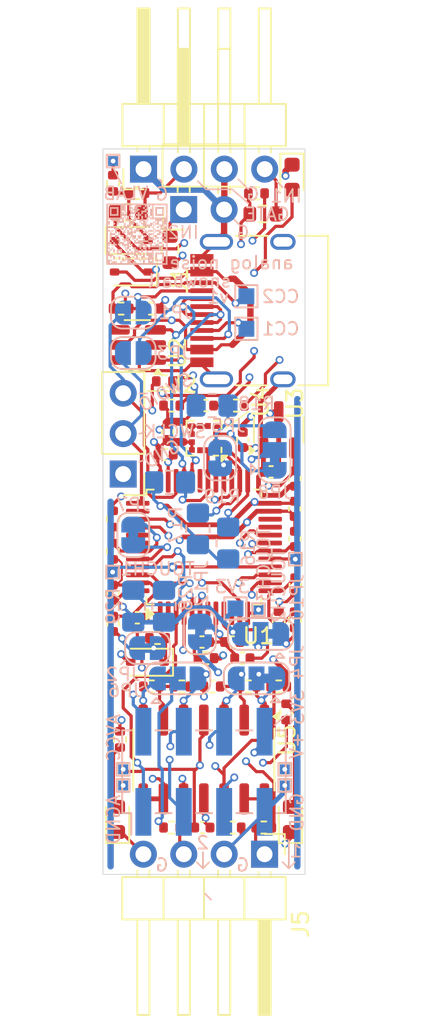
<source format=kicad_pcb>
(kicad_pcb (version 20221018) (generator pcbnew)
  (layers (0 "F.Cu" signal) (1 "In1.Cu" signal) (2 "In2.Cu" signal) (31 "B.Cu" signal) (34 "B.Paste" user) (35 "F.Paste" user) (36 "B.SilkS" user "B.Silkscreen") (37 "F.SilkS" user "F.Silkscreen") (38 "B.Mask" user) (39 "F.Mask" user) (44 "Edge.Cuts" user))
  (net 0 "")
  (net 1 "+BATT")
  (net 2 "GND")
  (net 3 "+3.3V")
  (net 4 "Net-(JP2-A)")
  (net 5 "+8V")
  (net 6 "/NRST")
  (net 7 "/VIN")
  (net 8 "/SWCLK")
  (net 9 "/SWDIO")
  (net 10 "/OUT1")
  (net 11 "/OUT2")
  (net 12 "/IN1")
  (net 13 "/IN2")
  (net 14 "/SBU1")
  (net 15 "Net-(JP2-B)")
  (net 16 "/SBU2")
  (net 17 "/MISO")
  (net 18 "/IN1L")
  (net 19 "/Vmiddle")
  (net 20 "Net-(J1-CC1)")
  (net 21 "Net-(J1-CC2)")
  (net 22 "Net-(R3-Pad1)")
  (net 23 "VBUS")
  (net 24 "/BOOT0")
  (net 25 "/V+_sense")
  (net 26 "/VIN_sense")
  (net 27 "/IMS_nCS")
  (net 28 "/IMS_INT")
  (net 29 "Net-(U5A--)")
  (net 30 "Net-(U5B--)")
  (net 31 "/WKUP")
  (net 32 "/DAC1")
  (net 33 "/DAC2")
  (net 34 "/IN2L")
  (net 35 "/IMS_SDI")
  (net 38 "/IMS_SDO")
  (net 40 "/USB_D-")
  (net 41 "/USB_D+")
  (net 45 "/SCL")
  (net 46 "/SDA")
  (net 49 "/IMS_GND")
  (net 50 "Net-(U5D--)")
  (net 51 "/IMS_3V3")
  (net 52 "Net-(U5C-+)")
  (net 54 "/IMS_INT2")
  (net 55 "/VUSB_DET")
  (net 56 "/EPD_BUSY")
  (net 57 "/EPD_DC")
  (net 58 "/EPD_CS")
  (net 59 "/EPD_RES")
  (net 60 "/VIN'")
  (net 61 "/SCK")
  (net 62 "/MOSI")
  (net 63 "/TOUCH1")
  (net 64 "/TOUCH2")
  (net 66 "/TOUCH3")
  (net 67 "/AVCC")
  (net 68 "/AGND")
  (net 69 "Net-(JP4-A)")
  (net 70 "Net-(JP6-A)")
  (net 71 "Net-(JP4-C)")
  (net 72 "Net-(JP6-C)")
  (net 73 "Net-(D5-A)")
  (net 74 "Net-(D6-A)")
  (net 75 "Net-(D7-A)")
  (net 76 "/LED1")
  (net 77 "/LED2")
  (net 78 "/LED3")
  (footprint "Resistor_SMD:R_0603_1608Metric" (layer "F.Cu") (at 109.6264 62.8396 -90)
    (fp_text reference "R26" hide)
    (fp_text value "68k")
  )
  (footprint "Resistor_SMD:R_0402_1005Metric" (layer "F.Cu") (at 106.4768 93.6244 -90)
    (fp_text reference "R34" hide)
    (fp_text value "2k2")
  )
  (footprint "LED_SMD:LED_0603_1608Metric" (layer "F.Cu") (at 117.1956 98.6536 90)
    (fp_text reference "D5" hide)
    (fp_text value "white")
  )
  (footprint "Resistor_SMD:R_0402_1005Metric" (layer "F.Cu") (at 111.887 88.519)
    (fp_text reference "R8" hide)
    (fp_text value "10k")
  )
  (footprint "Diode_SMD:D_SOD-323" (layer "F.Cu") (at 107.188 64.25 180)
    (fp_text reference "D3" hide)
    (fp_text value "~")
  )
  (footprint "Diode_SMD:D_SOD-323" (layer "F.Cu") (at 108.204 88.773 180)
    (fp_text reference "D4" hide)
    (fp_text value "~")
  )
  (footprint "Resistor_SMD:R_0402_1005Metric" (layer "F.Cu") (at 107.5436 59.2836 180)
    (fp_text reference "R5" hide)
    (fp_text value "100R")
  )
  (footprint "Resistor_SMD:R_0402_1005Metric" (layer "F.Cu") (at 108.458 66.548 180)
    (fp_text reference "R1" hide)
    (fp_text value "5.1k")
  )
  (footprint "Resistor_SMD:R_0402_1005Metric" (layer "F.Cu") (at 112.268 90.297 180)
    (fp_text reference "R30" hide)
    (fp_text value "10k")
  )
  (footprint "Capacitor_SMD:C_0402_1005Metric" (layer "F.Cu") (at 109.474 74.295 90)
    (fp_text reference "C11" hide)
    (fp_text value "100n")
  )
  (footprint "Resistor_SMD:R_0402_1005Metric" (layer "F.Cu") (at 108.458 90.297 180)
    (fp_text reference "R31" hide)
    (fp_text value "10k")
  )
  (footprint "LED_SMD:LED_0603_1608Metric" (layer "F.Cu") (at 117.2972 58.293 -90)
    (fp_text reference "D7" hide)
    (fp_text value "red")
  )
  (footprint "NetTie:NetTie-2_SMD_Pad0.5mm" (layer "F.Cu") (at 109.982 74.93)
    (fp_text reference "NT2" hide)
    (fp_text value "NetTie_2" hide)
  )
  (footprint "Capacitor_SMD:C_0402_1005Metric" (layer "F.Cu") (at 114.173 88.519 180)
    (fp_text reference "C18" hide)
    (fp_text value "220p")
  )
  (footprint "Connector_PinHeader_2.54mm:PinHeader_1x04_P2.54mm_Horizontal" (layer "F.Cu") (at 115.57 100.838 -90)
    (fp_text reference "J5")
    (fp_text value "Conn_01x04_Pin")
  )
  (footprint "Resistor_SMD:R_0402_1005Metric" (layer "F.Cu") (at 113.792 72.644)
    (fp_text reference "R27" hide)
    (fp_text value "10k")
  )
  (footprint "Resistor_SMD:R_0402_1005Metric" (layer "F.Cu") (at 117.475 86.106 -90)
    (fp_text reference "R10" hide)
    (fp_text value "20k")
  )
  (footprint "Resistor_SMD:R_0603_1608Metric" (layer "F.Cu") (at 107 60.5)
    (fp_text reference "R14" hide)
    (fp_text value "68k")
  )
  (footprint "Package_QFP:LQFP-48_7x7mm_P0.5mm" (layer "F.Cu") (at 111.76 81.534 90)
    (fp_text reference "U1")
    (fp_text value "STM32F072CBTx")
  )
  (footprint "Resistor_SMD:R_0402_1005Metric" (layer "F.Cu") (at 114.554 90.297)
    (fp_text reference "R13" hide)
    (fp_text value "10k")
  )
  (footprint "Resistor_SMD:R_0402_1005Metric" (layer "F.Cu") (at 108.839 87.249)
    (fp_text reference "R4" hide)
    (fp_text value "10k")
  )
  (footprint "Capacitor_SMD:C_0402_1005Metric" (layer "F.Cu") (at 109.347 75.7205)
    (fp_text reference "C4" hide)
    (fp_text value "100n")
  )
  (footprint "Connector_PinHeader_2.54mm:PinHeader_1x04_P2.54mm_Horizontal" (layer "F.Cu") (at 107.96 57.785 90)
    (fp_text reference "J6" hide)
    (fp_text value "Conn_01x04_Pin")
  )
  (footprint "Resistor_SMD:R_0402_1005Metric" (layer "F.Cu") (at 115.062 59.309)
    (fp_text reference "R24" hide)
    (fp_text value "10k")
  )
  (footprint "Capacitor_SMD:C_0402_1005Metric" (layer "F.Cu") (at 114.1984 74.803 -90)
    (fp_text reference "C20" hide)
    (fp_text value "1u, 25V")
  )
  (footprint "Package_LGA:LGA-12_2x2mm_P0.5mm" (layer "F.Cu") (at 111.76 74.6895 180)
    (fp_text reference "U4")
    (fp_text value "LIS2DH12")
  )
  (footprint "Capacitor_SMD:C_0402_1005Metric" (layer "F.Cu") (at 117.475 81.026 90)
    (fp_text reference "C13" hide)
    (fp_text value "220p")
  )
  (footprint "Resistor_SMD:R_0402_1005Metric" (layer "F.Cu") (at 113.5888 99.1616 180)
    (fp_text reference "R23" hide)
    (fp_text value "10k")
  )
  (footprint "Resistor_SMD:R_0402_1005Metric" (layer "F.Cu") (at 116.459 86.106 90)
    (fp_text reference "R9" hide)
    (fp_text value "5.1k")
  )
  (footprint "Package_TO_SOT_SMD:SOT-23-6" (layer "F.Cu") (at 107.569 68.834 180)
    (fp_text reference "U2")
    (fp_text value "USBLC6-2SC6")
  )
  (footprint "Resistor_SMD:R_0402_1005Metric" (layer "F.Cu") (at 110.363 90.297)
    (fp_text reference "R32" hide)
    (fp_text value "10k")
  )
  (footprint "Resistor_SMD:R_0402_1005Metric" (layer "F.Cu") (at 106.553 66.548)
    (fp_text reference "R2" hide)
    (fp_text value "5.1k")
  )
  (footprint "Resistor_SMD:R_0402_1005Metric" (layer "F.Cu") (at 106.045 58.674 -90)
    (fp_text reference "R3" hide)
    (fp_text value "10k")
  )
  (footprint "Diode_SMD:D_SOD-323" (layer "F.Cu") (at 107.188 62.2688)
    (fp_text reference "D1" hide)
    (fp_text value "~")
  )
  (footprint "Capacitor_SMD:C_0402_1005Metric" (layer "F.Cu") (at 111.633 87.503)
    (fp_text reference "C9" hide)
    (fp_text value "10n")
  )
  (footprint "Connector_PinHeader_2.54mm:PinHeader_1x02_P2.54mm_Horizontal" (layer "F.Cu") (at 110.485 60.325 90)
    (fp_text reference "J7" hide)
    (fp_text value "Conn_01x02_Pin")
  )
  (footprint "NetTie:NetTie-2_SMD_Pad0.5mm" (layer "F.Cu") (at 109.982 73.66 180)
    (fp_text reference "NT1" hide)
    (fp_text value "NetTie_2" hide)
  )
  (footprint "Capacitor_SMD:C_0402_1005Metric" (layer "F.Cu") (at 111.6584 99.1616)
    (fp_text reference "C12" hide)
    (fp_text value "100n, 50V")
  )
  (footprint "Package_SO:SOIC-14_3.9x8.7mm_P1.27mm" (layer "F.Cu") (at 111.75 94.884 -90)
    (fp_text reference "U5")
    (fp_text value "LM324")
  )
  (footprint "Resistor_SMD:R_0402_1005Metric" (layer "F.Cu") (at 115.5192 99.1616 180)
    (fp_text reference "R20" hide)
    (fp_text value "10k")
  )
  (footprint "Capacitor_SMD:C_0402_1005Metric" (layer "F.Cu") (at 111.887 72.644 180)
    (fp_text reference "C14" hide)
    (fp_text value "220p")
  )
  (footprint "Capacitor_SMD:C_0402_1005Metric" (layer "F.Cu") (at 117.475 77.231 -90)
    (fp_text reference "C8" hide)
    (fp_text value "2u2, 4V")
  )
  (footprint "Capacitor_SMD:C_0402_1005Metric" (layer "F.Cu") (at 115.9764 76.8096 180)
    (fp_text reference "C21" hide)
    (fp_text value "1u, 25V")
  )
  (footprint "Resistor_SMD:R_0402_1005Metric" (layer "F.Cu") (at 116.459 90.297 180)
    (fp_text reference "R22" hide)
    (fp_text value "10k")
  )
  (footprint "Package_TO_SOT_SMD:SOT-23-3" (layer "F.Cu") (at 116.459 74.168 90)
    (fp_text reference "U3")
    (fp_text value "LR8321A-T33")
  )
  (footprint "Connector_PinHeader_2.54mm:PinHeader_1x03_P2.54mm_Vertical" (layer "F.Cu") (at 106.68 76.947 180)
    (fp_text reference "J2")
    (fp_text value "Conn_01x03_Pin")
  )
  (footprint "analog-noise-generator:USB_C_Receptacle_HRO_TYPE-C-31-M-12" (layer "F.Cu") (at 114.173 66.675 90)
    (fp_text reference "J1")
    (fp_text value "USB_C_Receptacle_USB2.0")
  )
  (footprint "Resistor_SMD:R_0603_1608Metric" (layer "F.Cu") (at 115.4684 60.6044 180)
    (fp_text reference "R25" hide)
    (fp_text value "68k")
  )
  (footprint "Resistor_SMD:R_0402_1005Metric" (layer "F.Cu") (at 106.033 81.803 90)
    (fp_text reference "R7" hide)
    (fp_text value "10k")
  )
  (footprint "Capacitor_SMD:C_0402_1005Metric" (layer "F.Cu") (at 107.569 85.979 180)
    (fp_text reference "C1" hide)
    (fp_text value "100n")
  )
  (footprint "Capacitor_SMD:C_0402_1005Metric" (layer "F.Cu") (at 117.463 79.136 -90)
    (fp_text reference "C3" hide)
    (fp_text value "100n")
  )
  (footprint "Capacitor_SMD:C_0402_1005Metric" (layer "F.Cu") (at 113.538 87.503 180)
    (fp_text reference "C2" hide)
    (fp_text value "100n")
  )
  (footprint "Resistor_SMD:R_0402_1005Metric" (layer "F.Cu") (at 116.9416 91.8972 90)
    (fp_text reference "R33" hide)
    (fp_text value "1k")
  )
  (footprint "LED_SMD:LED_0603_1608Metric" (layer "F.Cu") (at 106.3244 98.6536 90)
    (fp_text reference "D6" hide)
    (fp_text value "yellow")
  )
  (footprint "Capacitor_SMD:C_0402_1005Metric" (layer "F.Cu") (at 106.045 86.36 90)
    (fp_text reference "C6" hide)
    (fp_text value "10u, 4V")
  )
  (footprint "Resistor_SMD:R_0402_1005Metric" (layer "F.Cu") (at 109.2708 71.12)
    (fp_text reference "R35" hide)
    (fp_text value "2k2")
  )
  (footprint "Resistor_SMD:R_0402_1005Metric" (layer "F.Cu") (at 109.728 72.644)
    (fp_text reference "R15" hide)
    (fp_text value "10k")
  )
  (footprint "Capacitor_SMD:C_0402_1005Metric" (layer "F.Cu") (at 117.5 83.947 -90)
    (fp_text reference "C15" hide)
    (fp_text value "220p")
  )
  (footprint "Capacitor_SMD:C_0402_1005Metric" (layer "F.Cu") (at 106.033 84.4016 90)
    (fp_text reference "C5" hide)
    (fp_text value "100n")
  )
  (footprint "Resistor_SMD:R_0402_1005Metric" (layer "F.Cu") (at 109.728 99.1616)
    (fp_text reference "R21" hide)
    (fp_text value "10k")
  )
  (footprint "Resistor_SMD:R_0402_1005Metric" (layer "F.Cu") (at 106.033 79.771 -90)
    (fp_text reference "R6" hide)
    (fp_text value "5.1k")
  )
  (footprint "TestPoint:TestPoint_Pad_1.0x1.0mm" (layer "B.Cu") (at 114.427 65.776)
    (fp_text reference "TP2" hide)
    (fp_text value "CC2")
  )
  (footprint "Resistor_SMD:R_0805_2012Metric_Pad1.20x1.40mm_HandSolder" (layer "B.Cu") (at 107.315 85.254 -90)
    (fp_text reference "R29")
    (fp_text value "4k7")
  )
  (footprint "Resistor_SMD:R_0805_2012Metric_Pad1.20x1.40mm_HandSolder" (layer "B.Cu") (at 111.379 80.391 -90)
    (fp_text reference "R17")
    (fp_text value "4k7")
  )
  (footprint "Jumper:SolderJumper-2_P1.3mm_Bridged_RoundedPad1.0x1.5mm" (layer "B.Cu") (at 107.315 80.772 -90)
    (fp_text reference "JP7")
    (fp_text value "SolderJumper_2_Bridged")
  )
  (footprint "Jumper:SolderJumper-2_P1.3mm_Bridged_RoundedPad1.0x1.5mm" (layer "B.Cu") (at 108.204 87.884)
    (fp_text reference "JP2")
    (fp_text value "SolderJumper_2_Bridged")
  )
  (footprint "Jumper:SolderJumper-3_P1.3mm_Bridged12_RoundedPad1.0x1.5mm" (layer "B.Cu") (at 115.316 86.995 180)
    (fp_text reference "JP10")
    (fp_text value "SolderJumper_3_Bridged12")
  )
  (footprint "Resistor_SMD:R_0805_2012Metric_Pad1.20x1.40mm_HandSolder" (layer "B.Cu") (at 113.284 81.28 -90)
    (fp_text reference "R16")
    (fp_text value "10k")
  )
  (footprint "TestPoint:TestPoint_Pad_1.0x1.0mm" (layer "B.Cu") (at 114.427 67.818)
    (fp_text reference "TP1" hide)
    (fp_text value "CC1")
  )
  (footprint "Jumper:SolderJumper-3_P1.3mm_Bridged12_RoundedPad1.0x1.5mm" (layer "B.Cu") (at 116.205 75.438 90)
    (fp_text reference "JP8")
    (fp_text value "SolderJumper_3_Bridged12")
  )
  (footprint "TestPoint:TestPoint_Pad_1.0x1.0mm" (layer "B.Cu") (at 113.7412 85.3948)
    (fp_text reference "TP12" hide)
    (fp_text value "3V3")
  )
  (footprint "Resistor_SMD:R_0805_2012Metric_Pad1.20x1.40mm_HandSolder" (layer "B.Cu") (at 109.601 77.47 180)
    (fp_text reference "R19")
    (fp_text value "10k")
  )
  (footprint "analog-noise-generator:TestPoint_THTPad_small" (layer "B.Cu") (at 117.5004 82.296 180)
    (fp_text reference "TP7" hide)
    (fp_text value "TOUCH2")
  )
  (footprint "Jumper:SolderJumper-3_P1.3mm_Bridged12_RoundedPad1.0x1.5mm" (layer "B.Cu") (at 115.062 89.789 180)
    (fp_text reference "JP4")
    (fp_text value "SolderJumper_3_Bridged12")
  )
  (footprint "analog-noise-generator:TestPoint_THTPad_small" (layer "B.Cu") (at 116.84 95.504 180)
    (fp_text reference "TP4" hide)
    (fp_text value "+V")
  )
  (footprint "analog-noise-generator:TestPoint_THTPad_small" (layer "B.Cu") (at 106.68 96.52 180)
    (fp_text reference "TP10" hide)
    (fp_text value "AGND")
  )
  (footprint "analog-noise-generator-qr:QR_git_3.8" (layer "B.Cu") (at 107.569 61.849 180)
    (fp_text reference "QR1" hide)
    (fp_text value "QR_git_3.8" hide)
  )
  (footprint "Connector_PinSocket_2.54mm:PinSocket_2x04_P2.54mm_Vertical_SMD" (layer "B.Cu") (at 111.76 95.6564 -90)
    (fp_text reference "J9" hide)
    (fp_text value "Conn_02x04_Odd_Even")
  )
  (footprint "Jumper:SolderJumper-2_P1.3mm_Bridged_RoundedPad1.0x1.5mm" (layer "B.Cu") (at 111.506 86.868 -90)
    (fp_text reference "JP12")
    (fp_text value "SolderJumper_2_Bridged")
  )
  (footprint "Resistor_SMD:R_0805_2012Metric_Pad1.20x1.40mm_HandSolder" (layer "B.Cu") (at 109.25 85.254 -90)
    (fp_text reference "R28")
    (fp_text value "4k7")
  )
  (footprint "analog-noise-generator:TestPoint_THTPad_small" (layer "B.Cu") (at 116.84 96.52 180)
    (fp_text reference "TP9" hide)
    (fp_text value "GND")
  )
  (footprint "Jumper:SolderJumper-2_P1.3mm_Open_RoundedPad1.0x1.5mm" (layer "B.Cu") (at 107.315 69.342)
    (fp_text reference "JP3")
    (fp_text value "SolderJumper_2_Open")
  )
  (footprint "analog-noise-generator:TestPoint_THTPad_small" (layer "B.Cu") (at 106.68 95.504 180)
    (fp_text reference "TP11" hide)
    (fp_text value "AVCC")
  )
  (footprint "Jumper:SolderJumper-2_P1.3mm_Open_RoundedPad1.0x1.5mm" (layer "B.Cu") (at 107.315 66.802)
    (fp_text reference "JP1")
    (fp_text value "SolderJumper_2_Open")
  )
  (footprint "analog-noise-generator:TestPoint_THTPad_small" (layer "B.Cu") (at 115.189 85.471 180)
    (fp_text reference "TP8" hide)
    (fp_text value "TOUCH3")
  )
  (footprint "Jumper:SolderJumper-2_P1.3mm_Bridged_RoundedPad1.0x1.5mm" (layer "B.Cu") (at 112.776 75.946 90)
    (fp_text reference "JP5")
    (fp_text value "SolderJumper_2_Bridged")
  )
  (footprint "analog-noise-generator:TestPoint_THTPad_small" (layer "B.Cu") (at 106.045 57.277 -90)
    (fp_text reference "TP3" hide)
    (fp_text value "VLAB")
  )
  (footprint "Resistor_SMD:R_0805_2012Metric_Pad1.20x1.40mm_HandSolder" (layer "B.Cu") (at 112.268 72.644 180)
    (fp_text reference "R18")
    (fp_text value "4k7")
  )
  (footprint "Jumper:SolderJumper-3_P1.3mm_Bridged12_RoundedPad1.0x1.5mm" (layer "B.Cu") (at 110.109 89.789)
    (fp_text reference "JP6")
    (fp_text value "SolderJumper_3_Bridged12")
  )
  (footprint "analog-noise-generator:TestPoint_THTPad_small" (layer "B.Cu") (at 106.0196 83.1088)
    (fp_text reference "TP6" hide)
    (fp_text value "TOUCH1")
  )
  (gr_line (start 111.6965 101.727) (end 111.3155 101.346) (stroke (width 0.1)) (layer "B.SilkS"))
  (gr_line (start 117.094 101.727) (end 116.713 101.346) (stroke (width 0.1)) (layer "B.SilkS"))
  (gr_line (start 112.2045 103.6955) (end 111.8235 103.3145) (stroke (width 0.1)) (layer "B.SilkS"))
  (gr_line (start 117.094 99.949) (end 117.094 101.727) (stroke (width 0.1)) (layer "B.SilkS"))
  (gr_line (start 107.95 90.297) (end 107.696 90.424) (stroke (width 0.1)) (layer "B.SilkS"))
  (gr_line (start 109.093 58.547) (end 109.093 58.674) (stroke (width 0.1)) (layer "B.SilkS"))
  (gr_line (start 113.538 59.055) (end 111.887 59.055) (stroke (width 0.1)) (layer "B.SilkS"))
  (gr_line (start 111.6965 100.711) (end 111.6965 101.727) (stroke (width 0.1)) (layer "B.SilkS"))
  (gr_line (start 107.696 74.422) (end 108.077 74.295) (stroke (width 0.1)) (layer "B.SilkS"))
  (gr_line (start 111.76 77.978) (end 111.379 77.851) (stroke (width 0.1)) (layer "B.SilkS"))
  (gr_line (start 117.094 101.727) (end 117.475 101.346) (stroke (width 0.1)) (layer "B.SilkS"))
  (gr_line (start 116.713 58.928) (end 116.332 58.547) (stroke (width 0.1)) (layer "B.SilkS"))
  (gr_line (start 106.045 57.677) (end 106.553 58.674) (stroke (width 0.1)) (layer "B.SilkS"))
  (gr_line (start 108.204 71.882) (end 107.696 71.882) (stroke (width 0.1)) (layer "B.SilkS"))
  (gr_line (start 106.807 88.646) (end 106.553 88.9) (stroke (width 0.1)) (layer "B.SilkS"))
  (gr_line (start 109.093 58.547) (end 108.966 58.42) (stroke (width 0.1)) (layer "B.SilkS"))
  (gr_line (start 114.554 59.944) (end 113.538 59.055) (stroke (width 0.1)) (layer "B.SilkS"))
  (gr_line (start 114.554 59.055) (end 113.919 58.42) (stroke (width 0.1)) (layer "B.SilkS"))
  (gr_line (start 111.887 59.055) (end 111.379 58.547) (stroke (width 0.1)) (layer "B.SilkS"))
  (gr_line (start 113.9825 61.2775) (end 113.665 60.96) (stroke (width 0.1)) (layer "B.SilkS"))
  (gr_line (start 107.95 76.073) (end 107.696 76.2) (stroke (width 0.1)) (layer "B.SilkS"))
  (gr_line (start 116.205 92.71) (end 116.967 92.075) (stroke (width 0.1)) (layer "B.SilkS"))
  (gr_line (start 111.6965 101.727) (end 112.0775 101.346) (stroke (width 0.1)) (layer "B.SilkS"))
  (gr_line (start 109.5756 71.7296) (end 108.204 71.7296) (stroke (width 0.1)) (layer "F.SilkS"))
  (gr_line (start 113.157 74.041) (end 114.554 73.025) (stroke (width 0.1)) (layer "F.SilkS"))
  (gr_line (start 105.41 56.515) (end 105.41 102.108) (stroke (width 0.05)) (layer "Edge.Cuts"))
  (gr_line (start 118.11 102.108) (end 118.11 56.515) (stroke (width 0.05)) (layer "Edge.Cuts"))
  (gr_line (start 118.11 56.515) (end 105.41 56.515) (stroke (width 0.05)) (layer "Edge.Cuts"))
  (gr_line (start 105.41 102.108) (end 118.11 102.108) (stroke (width 0.05)) (layer "Edge.Cuts"))
  (gr_text "1" (at 117.983 101.092) (layer "B.SilkS") (effects (font (size 0.8 0.8) (thickness 0.12)) (justify left bottom mirror)))
  (gr_text "G" (at 109.601 59.817) (layer "B.SilkS") (effects (font (size 0.8 0.8) (thickness 0.12)) (justify left bottom mirror)))
  (gr_text "GND" (at 110.49 75.438 30) (layer "B.SilkS") (effects (font (size 0.8 0.8) (thickness 0.12)) (justify left bottom mirror)))
  (gr_text "SWDIO" (at 111.252 71.247 30) (layer "B.SilkS") (effects (font (size 0.8 0.8) (thickness 0.12)) (justify left bottom mirror)))
  (gr_text "2" (at 112.141 100.584) (layer "B.SilkS") (effects (font (size 0.8 0.8) (thickness 0.12)) (justify left bottom mirror)))
  (gr_text "3V3" (at 118.11 90.424 90) (layer "B.SilkS") (effects (font (size 0.8 0.8) (thickness 0.12)) (justify left bottom mirror)))
  (gr_text "G" (at 114.681 62.23) (layer "B.SilkS") (effects (font (size 0.8 0.8) (thickness 0.1)) (justify left bottom mirror)))
  (gr_text "IN2" (at 111.506 62.23) (layer "B.SilkS") (effects (font (size 0.8 0.8) (thickness 0.1)) (justify left bottom mirror)))
  (gr_text "GATE" (at 117.221 61.087) (layer "B.SilkS") (effects (font (size 0.8 0.8) (thickness 0.12)) (justify left bottom mirror)))
  (gr_text "G" (at 114.681 101.981) (layer "B.SilkS") (effects (font (size 0.8 0.8) (thickness 0.12)) (justify left bottom mirror)))
  (gr_text "analog noise" (at 117.475 64.135) (layer "B.SilkS") (effects (font (size 0.8 0.8) (thickness 0.12)) (justify left bottom mirror)))
  (gr_text "G" (at 115.316 59.817) (layer "B.SilkS") (effects (font (size 0.8 0.8) (thickness 0.12)) (justify left bottom mirror)))
  (gr_text "IN1" (at 117.983 59.944) (layer "B.SilkS") (effects (font (size 0.8 0.8) (thickness 0.12)) (justify left bottom mirror)))
  (gr_text "SWCLK" (at 111.981025 74.751025) (layer "B.SilkS") (effects (font (size 0.8 0.8) (thickness 0.12)) (justify left bottom mirror)))
  (gr_text "snowball" (at 113.538 65.278) (layer "B.SilkS") (effects (font (size 0.8 0.8) (thickness 0.12)) (justify left bottom mirror)))
  (gr_text "G" (at 109.601 101.981) (layer "B.SilkS") (effects (font (size 0.8 0.8) (thickness 0.12)) (justify left bottom mirror)))
  (gr_text "v1" (at 113.411 66.294) (layer "B.SilkS") (effects (font (size 0.8 0.8) (thickness 0.12)) (justify left bottom mirror)))
  (segment (start 109.349 87.249) (end 109.01 86.91) (width 0.2) (layer "F.Cu") (net 1))
  (segment (start 108.3315 85.6965) (end 108.049 85.979) (width 0.2) (layer "F.Cu") (net 1))
  (segment (start 109.347 88.68) (end 109.347 87.251) (width 0.2) (layer "F.Cu") (net 1))
  (segment (start 109.01 86.91) (end 109.01 85.6965) (width 0.2) (layer "F.Cu") (net 1))
  (segment (start 109.254 88.773) (end 109.347 88.68) (width 0.2) (layer "F.Cu") (net 1))
  (segment (start 109.01 85.6965) (end 108.3315 85.6965) (width 0.2) (layer "F.Cu") (net 1))
  (segment (start 109.347 87.251) (end 109.349 87.249) (width 0.2) (layer "F.Cu") (net 1))
  (segment (start 111.628 70.08) (end 112.543 70.995) (width 0.2) (layer "F.Cu") (net 2))
  (segment (start 115.509 75.3055) (end 115.509 74.605048) (width 0.3) (layer "F.Cu") (net 2))
  (segment (start 113.693 88.265) (end 112.931 87.503) (width 0.2) (layer "F.Cu") (net 2))
  (segment (start 107.089 86.261) (end 107.089 85.979) (width 0.2) (layer "F.Cu") (net 2))
  (segment (start 106.5931 82.5353) (end 106.5931 83.5849) (width 0.127) (layer "F.Cu") (net 2))
  (segment (start 107.696 70.358) (end 107.696 69.088) (width 0.2) (layer "F.Cu") (net 2))
  (segment (start 112.113 87.503) (end 112.931 87.503) (width 0.2) (layer "F.Cu") (net 2))
  (segment (start 109.827 75.7205) (end 109.827 75.883) (width 0.2) (layer "F.Cu") (net 2))
  (segment (start 108.635 84.05159) (end 108.635 84.51641) (width 0.2) (layer "F.Cu") (net 2))
  (segment (start 107.569 86.741) (end 107.089 86.261) (width 0.2) (layer "F.Cu") (net 2))
  (segment (start 111.0754 69.925) (end 110.5512 70.4492) (width 0.2) (layer "F.Cu") (net 2))
  (segment (start 107.856473 89.117063) (end 107.856473 88.044473) (width 0.2) (layer "F.Cu") (net 2))
  (segment (start 111.758 90.93) (end 111.76 90.932) (width 0.2) (layer "F.Cu") (net 2))
  (segment (start 108.06141 85.09) (end 107.978 85.09) (width 0.2) (layer "F.Cu") (net 2))
  (segment (start 109.474 73.815) (end 109.299744 73.815) (width 0.2) (layer "F.Cu") (net 2))
  (segment (start 109.482 72.908) (end 109.218 72.644) (width 0.2) (layer "F.Cu") (net 2))
  (segment (start 112.51 86.982325) (end 112.931 87.403325) (width 0.2) (layer "F.Cu") (net 2))
  (segment (start 107.696 69.088) (end 107.95 68.834) (width 0.2) (layer "F.Cu") (net 2))
  (segment (start 116.459 85.596) (end 116.459 84.994004) (width 0.2) (layer "F.Cu") (net 2))
  (segment (start 113.693 88.519) (end 113.693 88.265) (width 0.2) (layer "F.Cu") (net 2))
  (segment (start 115.4964 75.3181) (end 115.509 75.3055) (width 0.3) (layer "F.Cu") (net 2))
  (segment (start 107.948 66.548) (end 107.063 66.548) (width 0.2) (layer "F.Cu") (net 2))
  (segment (start 115.4964 76.8096) (end 115.4964 76.2) (width 0.3) (layer "F.Cu") (net 2))
  (segment (start 111.628 63.27) (end 112.543 62.355) (width 0.2) (layer "F.Cu") (net 2))
  (segment (start 106.033 82.313) (end 106.3708 82.313) (width 0.127) (layer "F.Cu") (net 2))
  (segment (start 113.544766 80.899) (end 114.466975 79.976791) (width 0.3) (layer "F.Cu") (net 2))
  (segment (start 115.316 72.402) (end 116.723 70.995) (width 0.3) (layer "F.Cu") (net 2))
  (segment (start 115.509 74.605048) (end 115.316 74.412048) (width 0.3) (layer "F.Cu") (net 2))
  (segment (start 115.08188 79.284) (end 114.466975 79.898905) (width 0.3) (layer "F.Cu") (net 2))
  (segment (start 112.51 85.6965) (end 112.51 86.982325) (width 0.2) (layer "F.Cu") (net 2))
  (segment (start 107.5975 83.784) (end 108.36741 83.784) (width 0.2) (layer "F.Cu") (net 2))
  (segment (start 113.04 57.785) (end 113.04 60.31) (width 0.4) (layer "F.Cu") (net 2))
  (segment (start 117.1956 99.4411) (end 117.1956 99.852002) (width 0.2) (layer "F.Cu") (net 2))
  (segment (start 115.316 74.412048) (end 115.316 72.402) (width 0.3) (layer "F.Cu") (net 2))
  (segment (start 106.5931 83.5849) (end 106.2564 83.9216) (width 0.127) (layer "F.Cu") (net 2))
  (segment (start 106.816817 66.301817) (end 107.063 66.548) (width 0.2) (layer "F.Cu") (net 2))
  (segment (start 110.5512 70.4492) (end 107.7872 70.4492) (width 0.2) (layer "F.Cu") (net 2))
  (segment (start 114.0988 99.1616) (end 114.0988 99.6972) (width 0.2) (layer "F.Cu") (net 2))
  (segment (start 115.4964 76.2) (end 115.4964 75.3181) (width 0.3) (layer "F.Cu") (net 2))
  (segment (start 106.3708 82.313) (end 106.5931 82.5353) (width 0.127) (layer "F.Cu") (net 2))
  (segment (start 107.5975 83.784) (end 106.7922 83.784) (width 0.2) (layer "F.Cu") (net 2))
  (segment (start 106.5531 99.4411) (end 107.95 100.838) (width 0.2) (layer "F.Cu") (net 2))
  (segment (start 107.95 68.834) (end 108.7065 68.834) (width 0.2) (layer "F.Cu") (net 2))
  (segment (start 106.2564 83.9216) (end 106.033 83.9216) (width 0.127) (layer "F.Cu") (net 2))
  (segment (start 110.428687 80.899) (end 113.544766 80.899) (width 0.3) (layer "F.Cu") (net 2))
  (segment (start 112.738501 87.210826) (end 112.738501 87.005529) (width 0.2) (layer "F.Cu") (net 2))
  (segment (start 117.475 80.546) (end 117.475 79.628) (width 0.2) (layer "F.Cu") (net 2))
  (segment (start 117.131 79.284) (end 117.463 79.616) (width 0.2) (layer "F.Cu") (net 2))
  (segment (start 106.3244 99.4411) (end 106.5531 99.4411) (width 0.2) (layer "F.Cu") (net 2))
  (segment (start 111.628 69.925) (end 111.628 70.08) (width 0.2) (layer "F.Cu") (net 2))
  (segment (start 110.229279 81.098408) (end 110.428687 80.899) (width 0.3) (layer "F.Cu") (net 2))
  (segment (start 106.6546 83.9216) (end 106.033 83.9216) (width 0.2) (layer "F.Cu") (net 2))
  (segment (start 109.482 73.66) (end 109.482 72.908) (width 0.2) (layer "F.Cu") (net 2))
  (segment (start 113.025 60.325) (end 113.025 61.873) (width 0.4) (layer "F.Cu") (net 2))
  (segment (start 107.978 85.09) (end 107.089 85.979) (width 0.2) (layer "F.Cu") (net 2))
  (segment (start 115.9225 79.284) (end 115.08188 79.284) (width 0.3) (layer "F.Cu") (net 2))
  (segment (start 113.025 61.873) (end 112.543 62.355) (width 0.4) (layer "F.Cu") (net 2))
  (segment (start 111.628 69.925) (end 111.0754 69.925) (width 0.2) (layer "F.Cu") (net 2))
  (segment (start 117.1956 99.852002) (end 116.870002 100.1776) (width 0.2) (layer "F.Cu") (net 2))
  (segment (start 114.0988 99.6972) (end 113.03 100.766) (width 0.2) (layer "F.Cu") (net 2))
  (segment (start 109.827 75.883) (end 109.51 76.2) (width 0.2) (layer "F.Cu") (net 2))
  (segment (start 113.04 60.31) (end 113.025 60.325) (width 0.4) (layer "F.Cu") (net 2))
  (segment (start 115.189 78.021343) (end 115.189 77.117) (width 0.3) (layer "F.Cu") (net 2))
  (segment (start 116.887736 57.914964) (end 117.2972 57.5055) (width 0.4) (layer "F.Cu") (net 2))
  (segment (start 111.758 90.297) (end 111.758 90.93) (width 0.2) (layer "F.Cu") (net 2))
  (segment (start 115.189 77.117) (end 115.4964 76.8096) (width 0.3) (layer "F.Cu") (net 2))
  (segment (start 106.99 85.88) (end 107.089 85.979) (width 0.2) (layer "F.Cu") (net 2))
  (segment (start 108.635 84.51641) (end 108.06141 85.09) (width 0.2) (layer "F.Cu") (net 2))
  (segment (start 117.475 77.711) (end 117.151396 77.711) (width 0.3) (layer "F.Cu") (net 2))
  (segment (start 107.569 87.757) (end 107.569 86.741) (width 0.2) (layer "F.Cu") (net 2))
  (segment (start 111.758 90.297) (end 110.873 90.297) (width 0.2) (layer "F.Cu") (net 2))
  (segment (start 117.151396 77.711) (end 116.578396 78.284) (width 0.3) (layer "F.Cu") (net 2))
  (segment (start 116.578396 78.284) (end 115.451657 78.284) (width 0.3) (layer "F.Cu") (net 2))
  (segment (start 109.51 77.3715) (end 109.51 76.2) (width 0.2) (layer "F.Cu") (net 2))
  (segment (start 114.2209 75.3055) (end 115.004998 75.3055) (width 0.3) (layer "F.Cu") (net 2))
  (segment (start 106.045 85.88) (end 106.99 85.88) (width 0.2) (layer "F.Cu") (net 2))
  (segment (start 111.628 63.425) (end 111.628 63.27) (width 0.2) (layer "F.Cu") (net 2))
  (segment (start 106.7922 83.784) (end 106.6546 83.9216) (width 0.2) (layer "F.Cu") (net 2))
  (segment (start 115.9225 79.284) (end 117.131 79.284) (width 0.2) (layer "F.Cu") (net 2))
  (segment (start 107.7872 70.4492) (end 107.696 70.358) (width 0.2) (layer "F.Cu") (net 2))
  (segment (start 112.931 87.403325) (end 112.738501 87.210826) (width 0.2) (layer "F.Cu") (net 2))
  (segment (start 109.299744 73.815) (end 108.958431 74.156313) (width 0.2) (layer "F.Cu") (net 2))
  (segment (start 112.931 87.503) (end 112.931 87.403325) (width 0.2) (layer "F.Cu") (net 2))
  (segment (start 116.459 84.994004) (end 116.49 84.963004) (width 0.2) (layer "F.Cu") (net 2))
  (segment (start 108.36741 83.784) (end 108.635 84.05159) (width 0.2) (layer "F.Cu") (net 2))
  (segment (start 115.451657 78.284) (end 115.189 78.021343) (width 0.3) (layer "F.Cu") (net 2))
  (segment (start 114.1984 75.283) (end 114.2209 75.3055) (width 0.3) (layer "F.Cu") (net 2))
  (segment (start 117.5 84.427) (end 116.963996 84.963004) (width 0.2) (layer "F.Cu") (net 2))
  (segment (start 107.856473 88.044473) (end 107.569 87.757) (width 0.2) (layer "F.Cu") (net 2))
  (segment (start 116.887736 58.210374) (end 116.887736 57.914964) (width 0.4) (layer "F.Cu") (net 2))
  (segment (start 114.466975 79.898905) (end 114.466975 79.976791) (width 0.3) (layer "F.Cu") (net 2))
  (segment (start 106.816817 65.602) (end 106.816817 66.301817) (width 0.2) (layer "F.Cu") (net 2))
  (segment (start 116.963996 84.963004) (end 116.49 84.963004) (width 0.2) (layer "F.Cu") (net 2))
  (segment (start 117.475 79.628) (end 117.463 79.616) (width 0.2) (layer "F.Cu") (net 2))
  (via (at 112.738501 87.005529) (size 0.5) (drill 0.3) (layers "F.Cu" "B.Cu") (net 2))
  (via (at 116.49 84.963004) (size 0.5) (drill 0.3) (layers "F.Cu" "B.Cu") (net 2))
  (via (at 115.004998 75.3055) (size 0.5) (drill 0.3) (layers "F.Cu" "B.Cu") (net 2))
  (via (at 107.856473 89.117063) (size 0.5) (drill 0.3) (layers "F.Cu" "B.Cu") (net 2))
  (via (at 106.816817 65.602) (size 0.5) (drill 0.3) (layers "F.Cu" "B.Cu") (net 2))
  (via (at 110.229279 81.098408) (size 0.5) (drill 0.3) (layers "F.Cu" "B.Cu") (net 2))
  (via (at 116.887736 58.210374) (size 0.5) (drill 0.3) (layers "F.Cu" "B.Cu") (net 2))
  (via (at 108.958431 74.156313) (size 0.5) (drill 0.3) (layers "F.Cu" "B.Cu") (net 2))
  (via (at 116.870002 100.1776) (size 0.5) (drill 0.3) (layers "F.Cu" "B.Cu") (net 2))
  (via (at 109.51 76.2) (size 0.5) (drill 0.3) (layers "F.Cu" "B.Cu") (net 2))
  (via (at 111.76 90.932) (size 0.5) (drill 0.3) (layers "F.Cu" "B.Cu") (net 2))
  (via (at 114.466975 79.976791) (size 0.5) (drill 0.3) (layers "F.Cu" "B.Cu") (net 2))
  (segment (start 113.025 60.325) (end 111.775 59.075) (width 0.4) (layer "B.Cu") (net 2))
  (segment (start 111.506 86.345) (end 112.077972 86.345) (width 0.3) (layer "B.Cu") (net 2))
  (segment (start 116.84 96.9064) (end 115.57 98.1764) (width 0.3) (layer "B.Cu") (net 2))
  (segment (start 111.775 59.075) (end 109.25 59.075) (width 0.4) (layer "B.Cu") (net 2))
  (segment (start 109.25 59.075) (end 107.96 57.785) (width 0.4) (layer "B.Cu") (net 2))
  (segment (start 112.077972 86.345) (end 112.738501 87.005529) (width 0.3) (layer "B.Cu") (net 2))
  (segment (start 115.57 98.226) (end 113.03 100.766) (width 0.2) (layer "B.Cu") (net 2))
  (segment (start 115.57 98.1764) (end 115.57 98.226) (width 0.2) (layer "B.Cu") (net 2))
  (segment (start 116.84 96.52) (end 116.84 96.9064) (width 0.3) (layer "B.Cu") (net 2))
  (segment (start 110.627496 80.137) (end 109.449496 78.959) (width 0.3) (layer "F.Cu") (net 3))
  (segment (start 109.449496 78.959) (end 109.0224 78.959) (width 0.3) (layer "F.Cu") (net 3))
  (segment (start 117.475 76.751) (end 117.475 75.3715) (width 0.3) (layer "F.Cu") (net 3))
  (segment (start 107.154 88.773) (end 107.061 88.773) (width 0.3) (layer "F.Cu") (net 3))
  (segment (start 108.86 75.389) (end 109.474 74.775) (width 0.2) (layer "F.Cu") (net 3))
  (segment (start 113.891 87.34741) (end 113.891 87.503) (width 0.2) (layer "F.Cu") (net 3))
  (segment (start 112.963 88.336309) (end 112.780309 88.519) (width 0.3) (layer "F.Cu") (net 3))
  (segment (start 116.113 88.589) (end 116.969 89.445) (width 0.3) (layer "F.Cu") (net 3))
  (segment (start 107.5975 84.284) (end 106.851 84.284) (width 0.2) (layer "F.Cu") (net 3))
  (segment (start 106.851 84.284) (end 106.2534 84.8816) (width 0.2) (layer "F.Cu") (net 3))
  (segment (start 106.256568 84.8816) (end 106.033 84.8816) (width 0.2) (layer "F.Cu") (net 3))
  (segment (start 113.01 86.46641) (end 113.891 87.34741) (width 0.2) (layer "F.Cu") (net 3))
  (segment (start 109.01 76.477) (end 108.86 76.327) (width 0.2) (layer "F.Cu") (net 3))
  (segment (start 108.867 75.7205) (end 108.867 75.181) (width 0.3) (layer "F.Cu") (net 3))
  (segment (start 109.01 77.3715) (end 109.01 76.477) (width 0.2) (layer "F.Cu") (net 3))
  (segment (start 114.73487 78.784) (end 113.38187 80.137) (width 0.3) (layer "F.Cu") (net 3))
  (segment (start 113.38187 80.137) (end 110.627496 80.137) (width 0.3) (layer "F.Cu") (net 3))
  (segment (start 108.867 75.181) (end 108.616 74.93) (width 0.3) (layer "F.Cu") (net 3))
  (segment (start 117.335 78.784) (end 117.463 78.656) (width 0.2) (layer "F.Cu") (net 3))
  (segment (start 116.547577 77.678423) (end 117.475 76.751) (width 0.2) (layer "F.Cu") (net 3))
  (segment (start 107.061 88.773) (end 106.553 88.265) (width 0.3) (layer "F.Cu") (net 3))
  (segment (start 108.86 76.327) (end 108.86 75.389) (width 0.2) (layer "F.Cu") (net 3))
  (segment (start 106.2534 84.8816) (end 106.033 84.8816) (width 0.2) (layer "F.Cu") (net 3))
  (segment (start 115.9225 78.784) (end 114.73487 78.784) (width 0.3) (layer "F.Cu") (net 3))
  (segment (start 115.9225 78.784) (end 117.335 78.784) (width 0.2) (layer "F.Cu") (net 3))
  (segment (start 113.01 85.6965) (end 113.01 86.46641) (width 0.2) (layer "F.Cu") (net 3))
  (segment (start 117.475 75.3715) (end 117.409 75.3055) (width 0.3) (layer "F.Cu") (net 3))
  (segment (start 116.969 89.445) (end 116.969 90.297) (width 0.3) (layer "F.Cu") (net 3))
  (segment (start 106.664961 85.289993) (end 106.256568 84.8816) (width 0.2) (layer "F.Cu") (net 3))
  (segment (start 115.82044 77.678423) (end 116.547577 77.678423) (width 0.2) (layer "F.Cu") (net 3))
  (segment (start 112.780309 88.519) (end 112.397 88.519) (width 0.3) (layer "F.Cu") (net 3))
  (via (at 114.941748 78.698077) (size 0.5) (drill 0.3) (layers "F.Cu" "B.Cu") (net 3))
  (via (at 115.82044 77.678423) (size 0.5) (drill 0.3) (layers "F.Cu" "B.Cu") (net 3))
  (via (at 109.0224 78.959) (size 0.5) (drill 0.3) (layers "F.Cu" "B.Cu") (net 3))
  (via (at 111.155589 71.454993) (size 0.5) (drill 0.3) (layers "F.Cu" "B.Cu") (net 3))
  (via (at 106.664961 85.289993) (size 0.5) (drill 0.3) (layers "F.Cu" "B.Cu") (net 3))
  (via (at 112.963 88.336309) (size 0.5) (drill 0.3) (layers "F.Cu" "B.Cu") (net 3))
  (via (at 113.582839 86.883999) (size 0.5) (drill 0.3) (layers "F.Cu" "B.Cu") (net 3))
  (via (at 108.616 74.93) (size 0.5) (drill 0.3) (layers "F.Cu" "B.Cu") (net 3))
  (via (at 114.925697 94.453928) (size 0.5) (drill 0.3) (layers "F.Cu" "B.Cu") (net 3))
  (via (at 116.113 88.589) (size 0.5) (drill 0.3) (layers "F.Cu" "B.Cu") (net 3))
  (via (at 106.553 88.265) (size 0.5) (drill 0.3) (layers "F.Cu" "B.Cu") (net 3))
  (segment (start 113.582839 86.883999) (end 113.941203 87.242363) (width 0.2) (layer "B.Cu") (net 3))
  (segment (start 111.268 71.567404) (end 111.155589 71.454993) (width 0.2) (layer "B.Cu") (net 3))
  (segment (start 109.95 86.254) (end 109.25 86.254) (width 0.3) (layer "B.Cu") (net 3))
  (segment (start 112.089534 85.344) (end 110.86 85.344) (width 0.3) (layer "B.Cu") (net 3))
  (segment (start 115.57 93.1364) (end 115.57 93.809625) (width 0.3) (layer "B.Cu") (net 3))
  (segment (start 113.284 82.28) (end 112.584 82.28) (width 0.2) (layer "B.Cu") (net 3))
  (segment (start 112.584 82.28) (end 109.263 78.959) (width 0.2) (layer "B.Cu") (net 3))
  (segment (start 110.86 85.344) (end 109.95 86.254) (width 0.3) (layer "B.Cu") (net 3))
  (segment (start 112.915367 86.169833) (end 112.089534 85.344) (width 0.3) (layer "B.Cu") (net 3))
  (segment (start 109.263 78.959) (end 109.0224 78.959) (width 0.2) (layer "B.Cu") (net 3))
  (segment (start 107.25 85.875032) (end 107.25 86.254) (width 0.2) (layer "B.Cu") (net 3))
  (segment (start 115.57 93.809625) (end 114.925697 94.453928) (width 0.3) (layer "B.Cu") (net 3))
  (segment (start 113.582839 86.837305) (end 112.915367 86.169833) (width 0.3) (layer "B.Cu") (net 3))
  (segment (start 108.601 77.597) (end 108.601 78.5376) (width 0.2) (layer "B.Cu") (net 3))
  (segment (start 113.941203 87.242363) (end 114.016 87.242363) (width 0.2) (layer "B.Cu") (net 3))
  (segment (start 112.915367 86.169833) (end 112.966167 86.169833) (width 0.3) (layer "B.Cu") (net 3))
  (segment (start 112.966167 86.169833) (end 113.7412 85.3948) (width 0.3) (layer "B.Cu") (net 3))
  (segment (start 111.268 72.644) (end 111.268 71.567404) (width 0.2) (layer "B.Cu") (net 3))
  (segment (start 108.601 78.5376) (end 109.0224 78.959) (width 0.2) (layer "B.Cu") (net 3))
  (segment (start 109.25 86.254) (end 107.25 86.254) (width 0.3) (layer "B.Cu") (net 3))
  (segment (start 106.664961 85.289993) (end 107.25 85.875032) (width 0.2) (layer "B.Cu") (net 3))
  (segment (start 113.582839 86.883999) (end 113.582839 86.837305) (width 0.3) (layer "B.Cu") (net 3))
  (segment (start 106.614262 87.280769) (end 106.173493 86.84) (width 0.2) (layer "F.Cu") (net 4))
  (segment (start 106.173493 86.84) (end 106.045 86.84) (width 0.2) (layer "F.Cu") (net 4))
  (via (at 106.614262 87.280769) (size 0.5) (drill 0.3) (layers "F.Cu" "B.Cu") (net 4))
  (segment (start 106.614262 87.280769) (end 106.614262 87.452262) (width 0.2) (layer "B.Cu") (net 4))
  (segment (start 106.614262 87.452262) (end 107.3 88.138) (width 0.2) (layer "B.Cu") (net 4))
  (segment (start 116.4564 73.0331) (end 116.459 73.0305) (width 0.3) (layer "F.Cu") (net 5))
  (segment (start 114.716 73.34423) (end 114.1984 73.86183) (width 0.3) (layer "F.Cu") (net 5))
  (segment (start 108.739007 64.093393) (end 108.739007 64.107993) (width 0.2) (layer "F.Cu") (net 5))
  (segment (start 114.1984 73.86183) (end 114.1984 74.323) (width 0.3) (layer "F.Cu") (net 5))
  (segment (start 116.0375 73.0305) (end 116.459 73.0305) (width 0.3) (layer "F.Cu") (net 5))
  (segment (start 108.739007 64.107993) (end 108.585 64.262) (width 0.2) (layer "F.Cu") (net 5))
  (segment (start 116.4564 76.8096) (end 116.4564 73.0331) (width 0.3) (layer "F.Cu") (net 5))
  (segment (start 108.585 64.262) (end 108.25 64.262) (width 0.2) (layer "F.Cu") (net 5))
  (segment (start 117.475 86.616) (end 117.475 87.058477) (width 0.2) (layer "F.Cu") (net 5))
  (segment (start 117.475 87.058477) (end 116.926 87.607477) (width 0.2) (layer "F.Cu") (net 5))
  (segment (start 115.916 73.152) (end 116.0375 73.0305) (width 0.3) (layer "F.Cu") (net 5))
  (segment (start 108.25 64.262) (end 108.238 64.25) (width 0.2) (layer "F.Cu") (net 5))
  (segment (start 108.238 64.25) (end 107.938 64.25) (width 0.2) (layer "F.Cu") (net 5))
  (segment (start 106.138 62.45) (end 106.138 62.2688) (width 0.2) (layer "F.Cu") (net 5))
  (segment (start 107.938 64.25) (end 106.138 62.45) (width 0.2) (layer "F.Cu") (net 5))
  (via (at 114.716 73.34423) (size 0.5) (drill 0.3) (layers "F.Cu" "B.Cu") (net 5))
  (via (at 108.739007 64.093393) (size 0.5) (drill 0.3) (layers "F.Cu" "B.Cu") (net 5))
  (via (at 116.926 87.607477) (size 0.5) (drill 0.3) (layers "F.Cu" "B.Cu") (net 5))
  (via (at 115.916 73.152) (size 0.5) (drill 0.3) (layers "F.Cu" "B.Cu") (net 5))
  (segment (start 111.48141 86.995) (end 111.48141 87.17459) (width 0.2) (layer "F.Cu") (net 6))
  (segment (start 111.48141 87.17459) (end 111.153 87.503) (width 0.2) (layer "F.Cu") (net 6))
  (segment (start 112.01 86.46641) (end 111.48141 86.995) (width 0.2) (layer "F.Cu") (net 6))
  (segment (start 111.153 87.503) (end 111.153 88.295) (width 0.2) (layer "F.Cu") (net 6))
  (segment (start 112.01 85.6965) (end 112.01 86.46641) (width 0.2) (layer "F.Cu") (net 6))
  (segment (start 111.153 88.295) (end 111.377 88.519) (width 0.2) (layer "F.Cu") (net 6))
  (segment (start 107.0336 59.2836) (end 106.1446 59.2836) (width 0.2) (layer "F.Cu") (net 7))
  (segment (start 107.0336 60.896248) (end 107.0336 59.2836) (width 0.2) (layer "F.Cu") (net 7))
  (segment (start 108.238 62.2688) (end 108.238 62.100648) (width 0.2) (layer "F.Cu") (net 7))
  (segment (start 108.238 62.100648) (end 107.0336 60.896248) (width 0.2) (layer "F.Cu") (net 7))
  (segment (start 106.1446 59.2836) (end 106.045 59.184) (width 0.2) (layer "F.Cu") (net 7))
  (segment (start 107.612 75.34587) (end 107.612 75.339) (width 0.2) (layer "F.Cu") (net 8))
  (segment (start 107.5975 78.784) (end 107.83 78.5515) (width 0.2) (layer "F.Cu") (net 8))
  (segment (start 107.612 75.339) (end 106.68 74.407) (width 0.2) (layer "F.Cu") (net 8))
  (segment (start 107.83 78.5515) (end 107.83 75.563871) (width 0.2) (layer "F.Cu") (net 8))
  (segment (start 107.83 75.563871) (end 107.612 75.34587) (width 0.2) (layer "F.Cu") (net 8))
  (segment (start 107.83 71.135264) (end 106.665 69.970264) (width 0.2) (layer "B.Cu") (net 8))
  (segment (start 107.83 73.257) (end 107.83 71.135264) (width 0.2) (layer "B.Cu") (net 8))
  (segment (start 106.665 69.970264) (end 106.665 69.342) (width 0.2) (layer "B.Cu") (net 8))
  (segment (start 106.68 74.407) (end 107.83 73.257) (width 0.2) (layer "B.Cu") (net 8))
  (segment (start 109.759 78.409) (end 108.508 78.409) (width 0.2) (layer "F.Cu") (net 9))
  (segment (start 108.508 78.409) (end 108.23 78.131) (width 0.2) (layer "F.Cu") (net 9))
  (segment (start 108.012 73.199) (end 106.68 71.867) (width 0.2) (layer "F.Cu") (net 9))
  (segment (start 108.23 78.131) (end 108.23 75.398185) (width 0.2) (layer "F.Cu") (net 9))
  (segment (start 108.23 75.398185) (end 108.012 75.180185) (width 0.2) (layer "F.Cu") (net 9))
  (segment (start 110.01 78.158) (end 109.759 78.409) (width 0.2) (layer "F.Cu") (net 9))
  (segment (start 110.01 77.3715) (end 110.01 78.158) (width 0.2) (layer "F.Cu") (net 9))
  (segment (start 108.012 75.180185) (end 108.012 73.199) (width 0.2) (layer "F.Cu") (net 9))
  (segment (start 105.859858 70.177682) (end 105.859858 67.607142) (width 0.2) (layer "B.Cu") (net 9))
  (segment (start 105.859858 67.607142) (end 106.665 66.802) (width 0.2) (layer "B.Cu") (net 9))
  (segment (start 106.68 71.867) (end 106.68 70.997824) (width 0.2) (layer "B.Cu") (net 9))
  (segment (start 106.68 70.997824) (end 105.859858 70.177682) (width 0.2) (layer "B.Cu") (net 9))
  (segment (start 115.0092 99.1616) (end 115.0092 100.2052) (width 0.2) (layer "F.Cu") (net 10))
  (segment (start 115.0092 100.2052) (end 115.57 100.766) (width 0.2) (layer "F.Cu") (net 10))
  (segment (start 110.238 100.514) (end 110.49 100.766) (width 0.2) (layer "F.Cu") (net 11))
  (segment (start 110.238 99.1616) (end 110.238 100.514) (width 0.2) (layer "F.Cu") (net 11))
  (segment (start 116.2934 58.4984) (end 115.58 57.785) (width 0.2) (layer "F.Cu") (net 12))
  (segment (start 116.2934 60.6044) (end 116.2934 58.4984) (width 0.2) (layer "F.Cu") (net 12))
  (segment (start 109.6264 61.1836) (end 109.6264 62.0146) (width 0.2) (layer "F.Cu") (net 13))
  (segment (start 110.485 60.325) (end 109.6264 61.1836) (width 0.2) (layer "F.Cu") (net 13))
  (segment (start 109.062851 65.443) (end 108.692807 65.813044) (width 0.2) (layer "F.Cu") (net 14))
  (segment (start 108.692807 65.813044) (end 107.606217 65.813044) (width 0.2) (layer "F.Cu") (net 14))
  (segment (start 111.61 65.443) (end 109.062851 65.443) (width 0.2) (layer "F.Cu") (net 14))
  (segment (start 111.628 65.425) (end 111.61 65.443) (width 0.2) (layer "F.Cu") (net 14))
  (via (at 107.606217 65.813044) (size 0.5) (drill 0.3) (layers "F.Cu" "B.Cu") (net 14))
  (segment (start 107.711 65.917827) (end 107.606217 65.813044) (width 0.2) (layer "B.Cu") (net 14))
  (segment (start 107.711 66.802) (end 107.711 65.917827) (width 0.2) (layer "B.Cu") (net 14))
  (segment (start 108.329 87.612956) (end 108.599956 87.883912) (width 0.2) (layer "F.Cu") (net 15))
  (segment (start 108.329 87.249) (end 108.329 87.612956) (width 0.2) (layer "F.Cu") (net 15))
  (via (at 108.599956 87.883912) (size 0.5) (drill 0.3) (layers "F.Cu" "B.Cu") (net 15))
  (segment (start 108.6 87.883956) (end 108.599956 87.883912) (width 0.2) (layer "B.Cu") (net 15))
  (segment (start 108.6 88.138) (end 108.6 87.883956) (width 0.2) (layer "B.Cu") (net 15))
  (segment (start 111.628 68.425) (end 113.022876 68.425) (width 0.2) (layer "F.Cu") (net 16))
  (segment (start 113.022876 68.425) (end 113.288513 68.159363) (width 0.2) (layer "F.Cu") (net 16))
  (via (at 113.288513 68.159363) (size 0.5) (drill 0.3) (layers "F.Cu" "B.Cu") (net 16))
  (segment (start 109.524815 66.633) (end 109.647203 66.633) (width 0.2) (layer "B.Cu") (net 16))
  (segment (start 113.353002 66.701182) (end 113.353002 68.094874) (width 0.2) (layer "B.Cu") (net 16))
  (segment (start 110.22518 65.871) (end 112.52282 65.871) (width 0.2) (layer "B.Cu") (net 16))
  (segment (start 107.711 68.446815) (end 109.524815 66.633) (width 0.2) (layer "B.Cu") (net 16))
  (segment (start 113.353002 68.094874) (end 113.288513 68.159363) (width 0.2) (layer "B.Cu") (net 16))
  (segment (start 112.52282 65.871) (end 113.353002 66.701182) (width 0.2) (layer "B.Cu") (net 16))
  (segment (start 109.647203 66.633) (end 109.902998 66.377205) (width 0.2) (layer "B.Cu") (net 16))
  (segment (start 109.902998 66.193182) (end 110.22518 65.871) (width 0.2) (layer "B.Cu") (net 16))
  (segment (start 107.711 69.342) (end 107.711 68.446815) (width 0.2) (layer "B.Cu") (net 16))
  (segment (start 109.902998 66.377205) (end 109.902998 66.193182) (width 0.2) (layer "B.Cu") (net 16))
  (segment (start 113.51 78.14141) (end 113.51 77.3715) (width 0.2) (layer "F.Cu") (net 17))
  (segment (start 112.680129 78.559) (end 112.83013 78.409) (width 0.2) (layer "F.Cu") (net 17))
  (segment (start 112.437077 78.559) (end 112.680129 78.559) (width 0.2) (layer "F.Cu") (net 17))
  (segment (start 113.24241 78.409) (end 113.51 78.14141) (width 0.2) (layer "F.Cu") (net 17))
  (segment (start 112.83013 78.409) (end 113.24241 78.409) (width 0.2) (layer "F.Cu") (net 17))
  (via (at 112.437077 78.559) (size 0.5) (drill 0.3) (layers "F.Cu" "B.Cu") (net 17))
  (via (at 114.749894 76.015036) (size 0.5) (drill 0.3) (layers "F.Cu" "B.Cu") (net 17))
  (segment (start 114.85543 75.9095) (end 114.749894 76.015036) (width 0.2) (layer "B.Cu") (net 17))
  (segment (start 115.255183 75.9095) (end 114.85543 75.9095) (width 0.2) (layer "B.Cu") (net 17))
  (segment (start 115.726683 75.438) (end 115.255183 75.9095) (width 0.2) (layer "B.Cu") (net 17))
  (segment (start 116.205 75.438) (end 115.726683 75.438) (width 0.2) (layer "B.Cu") (net 17))
  (segment (start 116.8904 81.784) (end 117.1684 81.506) (width 0.2) (layer "F.Cu") (net 18))
  (segment (start 114.6434 59.9064) (end 114.6434 60.6044) (width 0.2) (layer "F.Cu") (net 18))
  (segment (start 117.1684 81.506) (end 117.475 81.506) (width 0.2) (layer "F.Cu") (net 18))
  (segment (start 114.552 59.815) (end 114.6434 59.9064) (width 0.2) (layer "F.Cu") (net 18))
  (segment (start 115.9225 81.784) (end 116.8904 81.784) (width 0.2) (layer "F.Cu") (net 18))
  (segment (start 114.624044 81.884) (end 114.52797 81.980074) (width 0.2) (layer "F.Cu") (net 18))
  (segment (start 114.6434 60.6044) (end 114.08734 61.16046) (width 0.2) (layer "F.Cu") (net 18))
  (segment (start 115.158185 81.784) (end 115.058185 81.884) (width 0.2) (layer "F.Cu") (net 18))
  (segment (start 115.058185 81.884) (end 114.624044 81.884) (width 0.2) (layer "F.Cu") (net 18))
  (segment (start 114.08734 61.16046) (end 114.08734 62.502542) (width 0.2) (layer "F.Cu") (net 18))
  (segment (start 115.9225 81.784) (end 115.158185 81.784) (width 0.2) (layer "F.Cu") (net 18))
  (segment (start 114.552 59.309) (end 114.552 59.815) (width 0.2) (layer "F.Cu") (net 18))
  (via (at 114.08734 62.502542) (size 0.5) (drill 0.3) (layers "F.Cu" "B.Cu") (net 18))
  (via (at 114.52797 81.980074) (size 0.5) (drill 0.3) (layers "F.Cu" "B.Cu") (net 18))
  (segment (start 109.21 97.359) (end 109.21 96.383) (width 0.2) (layer "F.Cu") (net 19))
  (segment (start 115.572 59.309) (end 115.572 61.508943) (width 0.2) (layer "F.Cu") (net 19))
  (segment (start 115.623 71.323) (end 115.623 70.663629) (width 0.2) (layer "F.Cu") (net 19))
  (segment (start 115.623 70.663629) (end 116.511315 69.775315) (width 0.2) (layer "F.Cu") (net 19))
  (segment (start 108.9222 96.0952) (end 108.5335 96.0952) (width 0.2) (layer "F.Cu") (net 19))
  (segment (start 109.21 96.383) (end 108.9222 96.0952) (width 0.2) (layer "F.Cu") (net 19))
  (segment (start 107.94 97.359) (end 109.21 97.359) (width 0.3) (layer "F.Cu") (net 19))
  (segment (start 114.808 62.272943) (end 114.808 62.280808) (width 0.2) (layer "F.Cu") (net 19))
  (segment (start 115.572 61.508943) (end 114.808 62.272943) (width 0.2) (layer "F.Cu") (net 19))
  (segment (start 114.302 72.644) (end 115.623 71.323) (width 0.2) (layer "F.Cu") (net 19))
  (via (at 116.511315 69.775315) (size 0.5) (drill 0.3) (layers "F.Cu" "B.Cu") (net 19))
  (via (at 114.808 62.280808) (size 0.5) (drill 0.3) (layers "F.Cu" "B.Cu") (net 19))
  (via (at 108.5335 96.0952) (size 0.5) (drill 0.3) (layers "F.Cu" "B.Cu") (net 19))
  (segment (start 111.628 67.925) (end 112.703815 67.925) (width 0.2) (layer "F.Cu") (net 20))
  (segment (start 108.968 66.367248) (end 109.328486 66.006762) (width 0.2) (layer "F.Cu") (net 20))
  (segment (start 113.191815 67.437) (end 113.919006 67.437) (width 0.2) (layer "F.Cu") (net 20))
  (segment (start 112.703815 67.925) (end 113.191815 67.437) (width 0.2) (layer "F.Cu") (net 20))
  (segment (start 108.968 66.548) (end 108.968 66.367248) (width 0.2) (layer "F.Cu") (net 20))
  (via (at 109.328486 66.006762) (size 0.5) (drill 0.3) (layers "F.Cu" "B.Cu") (net 20))
  (via (at 113.919006 67.437) (size 0.5) (drill 0.3) (layers "F.Cu" "B.Cu") (net 20))
  (segment (start 113.919006 67.437) (end 114.046 67.437) (width 0.2) (layer "B.Cu") (net 20))
  (segment (start 114.046 67.437) (end 114.427 67.818) (width 0.2) (layer "B.Cu") (net 20))
  (segment (start 106.566632 64.998) (end 106.043 65.521632) (width 0.2) (layer "F.Cu") (net 21))
  (segment (start 107.244002 65.175) (end 107.067002 64.998) (width 0.2) (layer "F.Cu") (net 21))
  (segment (start 112.457814 64.925) (end 113.745907 66.213093) (width 0.2) (layer "F.Cu") (net 21))
  (segment (start 110.568686 64.925) (end 110.450685 65.043) (width 0.2) (layer "F.Cu") (net 21))
  (segment (start 108.765165 65.175) (end 107.244002 65.175) (width 0.2) (layer "F.Cu") (net 21))
  (segment (start 111.628 64.925) (end 110.568686 64.925) (width 0.2) (layer "F.Cu") (net 21))
  (segment (start 110.450685 65.043) (end 108.897166 65.043) (width 0.2) (layer "F.Cu") (net 21))
  (segment (start 111.628 64.925) (end 112.457814 64.925) (width 0.2) (layer "F.Cu") (net 21))
  (segment (start 106.043 65.521632) (end 106.043 66.548) (width 0.2) (layer "F.Cu") (net 21))
  (segment (start 108.897166 65.043) (end 108.765165 65.175) (width 0.2) (layer "F.Cu") (net 21))
  (segment (start 107.067002 64.998) (end 106.566632 64.998) (width 0.2) (layer "F.Cu") (net 21))
  (via (at 113.745907 66.213093) (size 0.5) (drill 0.3) (layers "F.Cu" "B.Cu") (net 21))
  (segment (start 114.427 65.786) (end 114.173 65.786) (width 0.2) (layer "B.Cu") (net 21))
  (segment (start 114.173 65.786) (end 113.745907 66.213093) (width 0.2) (layer "B.Cu") (net 21))
  (segment (start 106.045 57.277) (end 106.045 58.164) (width 0.2) (layer "F.Cu") (net 22))
  (segment (start 113.547 68.825) (end 113.538 68.825) (width 0.4) (layer "F.Cu") (net 23))
  (segment (start 106.884688 64.25) (end 106.138 64.25) (width 0.2) (layer "F.Cu") (net 23))
  (segment (start 112.552749 64.225) (end 113.002121 64.674372) (width 0.2) (layer "F.Cu") (net 23))
  (segment (start 111.628 64.225) (end 110.703 64.225) (width 0.2) (layer "F.Cu") (net 23))
  (segment (start 114.681 67.691) (end 113.547 68.825) (width 0.4) (layer "F.Cu") (net 23))
  (segment (start 113.443885 64.674372) (end 113.675979 64.674372) (width 0.4) (layer "F.Cu") (net 23))
  (segment (start 112.553 69.125) (end 112.853 68.825) (width 0.2) (layer "F.Cu") (net 23))
  (segment (start 110.603 69.025) (end 110.603 67.677) (width 0.2) (layer "F.Cu") (net 23))
  (segment (start 111.628 69.125) (end 112.553 69.125) (width 0.2) (layer "F.Cu") (net 23))
  (segment (start 106.807 68.834) (end 106.4315 68.834) (width 0.2) (layer "F.Cu") (net 23))
  (segment (start 111.628 69.125) (end 110.703 69.125) (width 0.2) (layer "F.Cu") (net 23))
  (segment (start 111.628 64.225) (end 112.552749 64.225) (width 0.2) (layer "F.Cu") (net 23))
  (segment (start 109.728 67.284) (end 107.976 67.284) (width 0.2) (layer "F.Cu") (net 23))
  (segment (start 106.033 79.261) (end 106.033 78.867281) (width 0.2) (layer "F.Cu") (net 23))
  (segment (start 110.703 69.125) (end 110.603 69.025) (width 0.2) (layer "F.Cu") (net 23))
  (segment (start 108.59948 64.775) (end 107.409688 64.775) (width 0.2) (layer "F.Cu") (net 23))
  (segment (start 110.285 64.643) (end 108.73148 64.643) (width 0.2) (layer "F.Cu") (net 23))
  (segment (start 108.73148 64.643) (end 108.59948 64.775) (width 0.2) (layer "F.Cu") (net 23))
  (segment (start 113.675979 64.674372) (end 114.681 65.679393) (width 0.4) (layer "F.Cu") (net 23))
  (segment (start 114.681 65.679393) (end 114.681 67.691) (width 0.4) (layer "F.Cu") (net 23))
  (segment (start 110.603 67.677) (end 110.21 67.284) (width 0.2) (layer "F.Cu") (net 23))
  (segment (start 107.409688 64.775) (end 106.884688 64.25) (width 0.2) (layer "F.Cu") (net 23))
  (segment (start 113.002121 64.674372) (end 113.443885 64.674372) (width 0.2) (layer "F.Cu") (net 23))
  (segment (start 110.21 67.284) (end 109.728 67.284) (width 0.2) (layer "F.Cu") (net 23))
  (segment (start 112.853 68.825) (end 113.538 68.825) (width 0.2) (layer "F.Cu") (net 23))
  (segment (start 106.033 78.867281) (end 106.546981 78.3533) (width 0.2) (layer "F.Cu") (net 23))
  (segment (start 110.703 64.225) (end 110.285 64.643) (width 0.2) (layer "F.Cu") (net 23))
  (segment (start 107.976 67.284) (end 107.394 67.866) (width 0.2) (layer "F.Cu") (net 23))
  (segment (start 107.394 67.866) (end 107.394 68.247) (width 0.2) (layer "F.Cu") (net 23))
  (segment (start 107.394 68.247) (end 106.807 68.834) (width 0.2) (layer "F.Cu") (net 23))
  (via (at 109.728 67.284) (size 0.5) (drill 0.3) (layers "F.Cu" "B.Cu") (net 23))
  (via (at 106.546981 78.3533) (size 0.5) (drill 0.3) (layers "F.Cu" "B.Cu") (net 23))
  (segment (start 108.474093 82.284) (end 109.216893 81.5412) (width 0.2) (layer "F.Cu") (net 24))
  (segment (start 109.216893 81.5412) (end 109.444157 81.5412) (width 0.2) (layer "F.Cu") (net 24))
  (segment (start 107.5975 82.284) (end 108.474093 82.284) (width 0.2) (layer "F.Cu") (net 24))
  (via (at 109.444157 81.5412) (size 0.5) (drill 0.3) (layers "F.Cu" "B.Cu") (net 24))
  (segment (start 107.4342 81.5412) (end 109.444157 81.5412) (width 0.2) (layer "B.Cu") (net 24))
  (segment (start 107.315 81.422) (end 107.4342 81.5412) (width 0.2) (layer "B.Cu") (net 24))
  (segment (start 116.69241 84.284) (end 117.5 83.47641) (width 0.2) (layer "F.Cu") (net 25))
  (segment (start 116.459 86.612) (end 117.475 85.596) (width 0.2) (layer "F.Cu") (net 25))
  (segment (start 115.839 84.591873) (end 115.839 85.996) (width 0.2) (layer "F.Cu") (net 25))
  (segment (start 115.9225 84.284) (end 116.69241 84.284) (width 0.2) (layer "F.Cu") (net 25))
  (segment (start 115.9225 84.508373) (end 115.839 84.591873) (width 0.2) (layer "F.Cu") (net 25))
  (segment (start 115.9225 84.284) (end 115.9225 84.508373) (width 0.2) (layer "F.Cu") (net 25))
  (segment (start 117.5 83.47641) (end 117.5 83.467) (width 0.2) (layer "F.Cu") (net 25))
  (segment (start 115.839 85.996) (end 116.459 86.616) (width 0.2) (layer "F.Cu") (net 25))
  (segment (start 116.459 86.616) (end 116.459 86.612) (width 0.2) (layer "F.Cu") (net 25))
  (segment (start 110.238 72.644) (end 110.873 72.009) (width 0.2) (layer "F.Cu") (net 26))
  (segment (start 110.873 72.009) (end 110.918628 72.009) (width 0.2) (layer "F.Cu") (net 26))
  (segment (start 115.752537 87.573663) (end 114.912874 86.734) (width 0.2) (layer "F.Cu") (net 26))
  (segment (start 115.752537 88.158836) (end 115.752537 87.573663) (width 0.2) (layer "F.Cu") (net 26))
  (segment (start 106.175 61.41932) (end 106.175 60.5) (width 0.2) (layer "F.Cu") (net 26))
  (segment (start 110.518781 62.428551) (end 110.400097 62.428551) (width 0.2) (layer "F.Cu") (net 26))
  (segment (start 114.27759 86.734) (end 114.01 86.46641) (width 0.2) (layer "F.Cu") (net 26))
  (segment (start 109.263359 72.009) (end 110.918628 72.009) (width 0.2) (layer "F.Cu") (net 26))
  (segment (start 114.01 84.92659) (end 112.864408 83.780998) (width 0.2) (layer "F.Cu") (net 26))
  (segment (start 114.912874 86.734) (end 114.27759 86.734) (width 0.2) (layer "F.Cu") (net 26))
  (segment (start 110.400097 62.428551) (end 110.034848 62.7938) (width 0.2) (layer "F.Cu") (net 26))
  (segment (start 112.864408 83.780998) (end 111.633 83.780998) (width 0.2) (layer "F.Cu") (net 26))
  (segment (start 114.046 70.485) (end 114.911544 69.619456) (width 0.2) (layer "F.Cu") (net 26))
  (segment (start 114.046 71.173371) (end 114.046 70.485) (width 0.2) (layer "F.Cu") (net 26))
  (segment (start 110.034848 62.7938) (end 107.54948 62.7938) (width 0.2) (layer "F.Cu") (net 26))
  (segment (start 114.01 85.6965) (end 114.01 84.92659) (width 0.2) (layer "F.Cu") (net 26))
  (segment (start 114.01 86.46641) (end 114.01 85.6965) (width 0.2) (layer "F.Cu") (net 26))
  (segment (start 110.918628 72.009) (end 113.210371 72.009) (width 0.2) (layer "F.Cu") (net 26))
  (segment (start 114.653 88.519) (end 115.392373 88.519) (width 0.2) (layer "F.Cu") (net 26))
  (segment (start 109.12836 71.874001) (end 109.263359 72.009) (width 0.2) (layer "F.Cu") (net 26))
  (segment (start 107.54948 62.7938) (end 106.175 61.41932) (width 0.2) (layer "F.Cu") (net 26))
  (segment (start 115.392373 88.519) (end 115.752537 88.158836) (width 0.2) (layer "F.Cu") (net 26))
  (segment (start 113.210371 72.009) (end 114.046 71.173371) (width 0.2) (layer "F.Cu") (net 26))
  (segment (start 114.911544 69.619456) (end 114.911544 69.2095) (width 0.2) (layer "F.Cu") (net 26))
  (via (at 114.911544 69.2095) (size 0.5) (drill 0.3) (layers "F.Cu" "B.Cu") (net 26))
  (via (at 109.12836 71.874001) (size 0.5) (drill 0.3) (layers "F.Cu" "B.Cu") (net 26))
  (via (at 110.518781 62.428551) (size 0.5) (drill 0.3) (layers "F.Cu" "B.Cu") (net 26))
  (via (at 111.633 83.780998) (size 0.5) (drill 0.3) (layers "F.Cu" "B.Cu") (net 26))
  (segment (start 113.41069 79.375) (end 113.284 79.375) (width 0.2) (layer "F.Cu") (net 27))
  (segment (start 114.51 77.3715) (end 114.51 76.634001) (width 0.2) (layer "F.Cu") (net 27))
  (segment (start 114.51 78.27569) (end 113.41069 79.375) (width 0.2) (layer "F.Cu") (net 27))
  (segment (start 114.51 76.634001) (end 112.815499 74.9395) (width 0.2) (layer "F.Cu") (net 27))
  (segment (start 114.51 77.3715) (end 114.51 78.27569) (width 0.2) (layer "F.Cu") (net 27))
  (segment (start 112.815499 74.9395) (end 112.5225 74.9395) (width 0.2) (layer "F.Cu") (net 27))
  (via (at 113.284 79.375) (size 0.5) (drill 0.3) (layers "F.Cu" "B.Cu") (net 27))
  (segment (start 113.284 79.375) (end 113.284 80.28) (width 0.2) (layer "B.Cu") (net 27))
  (segment (start 111.53841 78.613) (end 110.617 78.613) (width 0.2) (layer "F.Cu") (net 28))
  (segment (start 112.01 77.3715) (end 112.01 75.452) (width 0.2) (layer "F.Cu") (net 28))
  (segment (start 112.01 78.14141) (end 111.53841 78.613) (width 0.2) (layer "F.Cu") (net 28))
  (segment (start 112.01 77.3715) (end 112.01 78.14141) (width 0.2) (layer "F.Cu") (net 28))
  (via (at 110.412 78.558729) (size 0.5) (drill 0.3) (layers "F.Cu" "B.Cu") (net 28))
  (segment (start 110.412 78.558729) (end 110.601 78.369729) (width 0.2) (layer "B.Cu") (net 28))
  (segment (start 110.601 78.369729) (end 110.601 77.597) (width 0.2) (layer "B.Cu") (net 28))
  (segment (start 114.044 90.95) (end 114.044 90.297) (width 0.2) (layer "F.Cu") (net 29))
  (segment (start 114.044 90.297) (end 112.778 90.297) (width 0.2) (layer "F.Cu") (net 29))
  (segment (start 114.29 92.409) (end 114.29 91.196) (width 0.2) (layer "F.Cu") (net 29))
  (segment (start 114.29 91.196) (end 114.044 90.95) (width 0.2) (layer "F.Cu") (net 29))
  (segment (start 109.21 91.43) (end 109.0295 91.2495) (width 0.2) (layer "F.Cu") (net 30))
  (segment (start 108.968 90.297) (end 108.968 91.188) (width 0.2) (layer "F.Cu") (net 30))
  (segment (start 108.968 91.188) (end 109.0295 91.2495) (width 0.2) (layer "F.Cu") (net 30))
  (segment (start 109.853 90.297) (end 108.968 90.297) (width 0.2) (layer "F.Cu") (net 30))
  (segment (start 109.21 92.409) (end 109.21 91.43) (width 0.2) (layer "F.Cu") (net 30))
  (segment (start 114.765835 84.162873) (end 115.144708 83.784) (width 0.2) (layer "F.Cu") (net 32))
  (segment (start 115.144708 83.784) (end 115.9225 83.784) (width 0.2) (layer "F.Cu") (net 32))
  (segment (start 113.02 92.409) (end 113.02 91.342) (width 0.3) (layer "F.Cu") (net 32))
  (segment (start 113.02 91.342) (end 113.176 91.186) (width 0.3) (layer "F.Cu") (net 32))
  (segment (start 114.765835 84.540362) (end 114.765835 84.162873) (width 0.2) (layer "F.Cu") (net 32))
  (via (at 114.765835 84.540362) (size 0.5) (drill 0.3) (layers "F.Cu" "B.Cu") (net 32))
  (via (at 113.176 91.186) (size 0.5) (drill 0.3) (layers "F.Cu" "B.Cu") (net 32))
  (via (at 114.111998 89.527) (size 0.5) (drill 0.3) (layers "F.Cu" "B.Cu") (net 32))
  (segment (start 113.762 89.789) (end 113.849998 89.789) (width 0.2) (layer "B.Cu") (net 32))
  (segment (start 113.762 90.6) (end 113.176 91.186) (width 0.2) (layer "B.Cu") (net 32))
  (segment (start 113.849998 89.789) (end 114.111998 89.527) (width 0.2) (layer "B.Cu") (net 32))
  (segment (start 113.762 89.789) (end 113.762 90.6) (width 0.2) (layer "B.Cu") (net 32))
  (segment (start 114.900222 83.4628) (end 114.1492 83.4628) (width 0.2) (layer "F.Cu") (net 33))
  (segment (start 115.9225 83.284) (end 115.079022 83.284) (width 0.2) (layer "F.Cu") (net 33))
  (segment (start 114.1492 83.4628) (end 113.919 83.693) (width 0.2) (layer "F.Cu") (net 33))
  (segment (start 110.48 92.409) (end 110.48 91.186398) (width 0.3) (layer "F.Cu") (net 33))
  (segment (start 115.079022 83.284) (end 114.900222 83.4628) (width 0.2) (layer "F.Cu") (net 33))
  (via (at 111.887 89.527) (size 0.5) (drill 0.3) (layers "F.Cu" "B.Cu") (net 33))
  (via (at 110.48 91.186398) (size 0.5) (drill 0.3) (layers "F.Cu" "B.Cu") (net 33))
  (via (at 113.938 83.79397) (size 0.5) (drill 0.3) (layers "F.Cu" "B.Cu") (net 33))
  (segment (start 111.409 89.789) (end 111.409 90.257398) (width 0.2) (layer "B.Cu") (net 33))
  (segment (start 111.887 89.527) (end 111.671 89.527) (width 0.2) (layer "B.Cu") (net 33))
  (segment (start 111.671 89.527) (end 111.409 89.789) (width 0.2) (layer "B.Cu") (net 33))
  (segment (start 111.409 90.257398) (end 110.48 91.186398) (width 0.2) (layer "B.Cu") (net 33))
  (segment (start 112.367 72.644) (end 113.028 72.644) (width 0.2) (layer "F.Cu") (net 34))
  (segment (start 114.619 71.166056) (end 114.619 70.866) (width 0.2) (layer "F.Cu") (net 34))
  (segment (start 109.958031 63.6646) (end 110.41521 63.207421) (width 0.2) (layer "F.Cu") (net 34))
  (segment (start 113.282 72.644) (end 113.282 72.503056) (width 0.2) (layer "F.Cu") (net 34))
  (segment (start 115.9225 81.284) (end 114.844643 81.284) (width 0.2) (layer "F.Cu") (net 34))
  (segment (start 114.844643 81.284) (end 114.795452 81.333191) (width 0.2) (layer "F.Cu") (net 34))
  (segment (start 113.282 72.503056) (end 114.619 71.166056) (width 0.2) (layer "F.Cu") (net 34))
  (segment (start 109.6264 63.6646) (end 109.958031 63.6646) (width 0.2) (layer "F.Cu") (net 34))
  (via (at 114.795452 81.333191) (size 0.5) (drill 0.3) (layers "F.Cu" "B.Cu") (net 34))
  (via (at 114.619 70.866) (size 0.5) (drill 0.3) (layers "F.Cu" "B.Cu") (net 34))
  (via (at 110.41521 63.207421) (size 0.5) (drill 0.3) (layers "F.Cu" "B.Cu") (net 34))
  (segment (start 113.284 73.66) (end 113.0045 73.9395) (width 0.2) (layer "F.Cu") (net 35))
  (segment (start 113.0045 73.9395) (end 112.5225 73.9395) (width 0.2) (layer "F.Cu") (net 35))
  (via (at 113.284 73.66) (size 0.5) (drill 0.3) (layers "F.Cu" "B.Cu") (net 35))
  (segment (start 115.981 73.914) (end 116.205 74.138) (width 0.2) (layer "B.Cu") (net 35))
  (segment (start 113.284 73.66) (end 113.538 73.914) (width 0.2) (layer "B.Cu") (net 35))
  (segment (start 112.522 74.422) (end 112.522 75.423) (width 0.2) (layer "B.Cu") (net 35))
  (segment (start 113.268 73.644) (end 113.268 72.644) (width 0.2) (layer "B.Cu") (net 35))
  (segment (start 113.284 73.66) (end 112.522 74.422) (width 0.2) (layer "B.Cu") (net 35))
  (segment (start 113.538 73.914) (end 115.981 73.914) (width 0.2) (layer "B.Cu") (net 35))
  (segment (start 113.284 73.66) (end 113.268 73.644) (width 0.2) (layer "B.Cu") (net 35))
  (segment (start 113.438401 74.42097) (end 113.419871 74.4395) (width 0.2) (layer "F.Cu") (net 38))
  (segment (start 113.419871 74.4395) (end 112.5225 74.4395) (width 0.2) (layer "F.Cu") (net 38))
  (via (at 113.438401 74.42097) (size 0.5) (drill 0.3) (layers "F.Cu" "B.Cu") (net 38))
  (segment (start 114.618673 76.738) (end 116.205 76.738) (width 0.2) (layer "B.Cu") (net 38))
  (segment (start 113.438401 74.42097) (end 114.145894 75.128463) (width 0.2) (layer "B.Cu") (net 38))
  (segment (start 114.145894 76.265221) (end 114.618673 76.738) (width 0.2) (layer "B.Cu") (net 38))
  (segment (start 114.145894 75.128463) (end 114.145894 76.265221) (width 0.2) (layer "B.Cu") (net 38))
  (segment locked (start 112.603 67.425) (end 112.803002 67.224998) (width 0.2) (layer "F.Cu") (net 40))
  (segment locked (start 112.803002 66.625002) (end 112.803002 66.929) (width 0.2) (layer "F.Cu") (net 40))
  (segment locked (start 112.603 66.425) (end 112.803002 66.625002) (width 0.2) (layer "F.Cu") (net 40))
  (segment locked (start 111.628 67.425) (end 112.603 67.425) (width 0.2) (layer "F.Cu") (net 40))
  (segment locked (start 111.01 77.3715) (end 111.01 76.321851) (width 0.2) (layer "F.Cu") (net 40))
  (segment (start 110.266 69.784) (end 110.332 69.85) (width 0.2) (layer "F.Cu") (net 40))
  (segment locked (start 112.803002 67.224998) (end 112.803002 66.929) (width 0.2) (layer "F.Cu") (net 40))
  (segment locked (start 111.628 66.425) (end 112.603 66.425) (width 0.2) (layer "F.Cu") (net 40))
  (segment (start 109.3415 69.784) (end 110.266 69.784) (width 0.2) (layer "F.Cu") (net 40))
  (segment locked (start 111.01 76.321851) (end 111.250378 76.081473) (width 0.2) (layer "F.Cu") (net 40))
  (via locked (at 111.250378 76.081473) (size 0.5) (drill 0.3) (layers "F.Cu" "B.Cu") (net 40))
  (via locked (at 112.803002 66.929) (size 0.5) (drill 0.3) (layers "F.Cu" "B.Cu") (net 40))
  (via (at 110.332 69.85) (size 0.5) (drill 0.3) (layers "F.Cu" "B.Cu") (net 40))
  (segment locked (start 110.332 68.738) (end 112.141 66.929) (width 0.2) (layer "B.Cu") (net 40))
  (segment locked (start 111.250378 76.081473) (end 110.332 75.163095) (width 0.2) (layer "B.Cu") (net 40))
  (segment locked (start 112.141 66.929) (end 112.803002 66.929) (width 0.2) (layer "B.Cu") (net 40))
  (segment locked (start 110.332 75.163095) (end 110.332 68.738) (width 0.2) (layer "B.Cu") (net 40))
  (segment locked (start 110.452998 66.724998) (end 110.452998 66.421) (width 0.2) (layer "F.Cu") (net 41))
  (segment (start 109.3415 67.884) (end 109.684006 67.884) (width 0.2) (layer "F.Cu") (net 41))
  (segment locked (start 111.628 65.925) (end 110.653 65.925) (width 0.2) (layer "F.Cu") (net 41))
  (segment (start 109.684006 67.884) (end 109.999006 68.199) (width 0.2) (layer "F.Cu") (net 41))
  (segment locked (start 110.51 77.3715) (end 110.51 76.397982) (width 0.2) (layer "F.Cu") (net 41))
  (segment locked (start 111.628 66.925) (end 110.653 66.925) (width 0.2) (layer "F.Cu") (net 41))
  (segment locked (start 110.653 66.925) (end 110.452998 66.724998) (width 0.2) (layer "F.Cu") (net 41))
  (segment locked (start 110.452998 66.125002) (end 110.452998 66.421) (width 0.2) (layer "F.Cu") (net 41))
  (segment locked (start 110.653 65.925) (end 110.452998 66.125002) (width 0.2) (layer "F.Cu") (net 41))
  (segment locked (start 110.51 76.397982) (end 110.403397 76.291379) (width 0.2) (layer "F.Cu") (net 41))
  (via (at 109.999006 68.199) (size 0.5) (drill 0.3) (layers "F.Cu" "B.Cu") (net 41))
  (via locked (at 110.452998 66.421) (size 0.5) (drill 0.3) (layers "F.Cu" "B.Cu") (net 41))
  (via locked (at 110.403397 76.291379) (size 0.5) (drill 0.3) (layers "F.Cu" "B.Cu") (net 41))
  (segment locked (start 110.744 66.421) (end 111.125 66.802) (width 0.2) (layer "B.Cu") (net 41))
  (segment locked (start 111.125 66.802) (end 111.125 67.183) (width 0.2) (layer "B.Cu") (net 41))
  (segment locked (start 110.452998 66.421) (end 110.744 66.421) (width 0.2) (layer "B.Cu") (net 41))
  (segment locked (start 111.125 67.183) (end 109.728 68.58) (width 0.2) (layer "B.Cu") (net 41))
  (segment locked (start 109.728 68.58) (end 109.728 75.184) (width 0.2) (layer "B.Cu") (net 41))
  (segment locked (start 110.403397 75.859397) (end 110.403397 76.291379) (width 0.2) (layer "B.Cu") (net 41))
  (segment locked (start 109.728 75.184) (end 110.403397 75.859397) (width 0.2) (layer "B.Cu") (net 41))
  (segment (start 108.539778 82.784) (end 109.178578 82.1452) (width 0.2) (layer "F.Cu") (net 45))
  (segment (start 107.5975 82.784) (end 108.539778 82.784) (width 0.2) (layer "F.Cu") (net 45))
  (segment (start 109.178578 82.1452) (end 109.7518 82.1452) (width 0.2) (layer "F.Cu") (net 45))
  (segment (start 109.7518 82.1452) (end 110.109 81.788) (width 0.2) (layer "F.Cu") (net 45))
  (via (at 110.109 81.788) (size 0.5) (drill 0.3) (layers "F.Cu" "B.Cu") (net 45))
  (segment (start 110.109 81.788) (end 110.4884 82.1674) (width 0.2) (layer "B.Cu") (net 45))
  (segment (start 109.638622 84.254) (end 109.25 84.254) (width 0.2) (layer "B.Cu") (net 45))
  (segment (start 110.4884 83.404222) (end 109.638622 84.254) (width 0.2) (layer "B.Cu") (net 45))
  (segment (start 110.4884 82.1674) (end 110.4884 83.404222) (width 0.2) (layer "B.Cu") (net 45))
  (segment (start 108.958816 83.80972) (end 108.433096 83.284) (width 0.2) (layer "F.Cu") (net 46))
  (segment (start 110.86072 83.80972) (end 108.958816 83.80972) (width 0.2) (layer "F.Cu") (net 46))
  (segment (start 108.433096 83.284) (end 107.5975 83.284) (width 0.2) (layer "F.Cu") (net 46))
  (via (at 110.86072 83.80972) (size 0.5) (drill 0.3) (layers "F.Cu" "B.Cu") (net 46))
  (segment (start 110.25 84.208308) (end 110.25 84.838744) (width 0.2) (layer "B.Cu") (net 46))
  (segment (start 110.648588 83.80972) (end 110.25 84.208308) (width 0.2) (layer "B.Cu") (net 46))
  (segment (start 108.15 85.154) (end 107.25 84.254) (width 0.2) (layer "B.Cu") (net 46))
  (segment (start 109.934744 85.154) (end 108.15 85.154) (width 0.2) (layer "B.Cu") (net 46))
  (segment (start 110.25 84.838744) (end 109.934744 85.154) (width 0.2) (layer "B.Cu") (net 46))
  (segment (start 110.86072 83.80972) (end 110.648588 83.80972) (width 0.2) (layer "B.Cu") (net 46))
  (segment (start 111.01 73.927) (end 110.9975 73.9395) (width 0.2) (layer "F.Cu") (net 49))
  (segment (start 110.9975 74.4395) (end 110.9975 73.9395) (width 0.2) (layer "F.Cu") (net 49))
  (segment (start 111.51 73.927) (end 111.01 73.927) (width 0.2) (layer "F.Cu") (net 49))
  (segment (start 111.407 72.735) (end 111.407 72.644) (width 0.2) (layer "F.Cu") (net 49))
  (segment (start 110.9975 73.9395) (end 110.7615 73.9395) (width 0.2) (layer "F.Cu") (net 49))
  (segment (start 112.01 73.927) (end 111.51 73.927) (width 0.2) (layer "F.Cu") (net 49))
  (segment (start 110.482 73.66) (end 111.407 72.735) (width 0.2) (layer "F.Cu") (net 49))
  (segment (start 110.7615 73.9395) (end 110.482 73.66) (width 0.2) (layer "F.Cu") (net 49))
  (segment (start 114.29 97.359) (end 115.56 97.359) (width 0.2) (layer "F.Cu") (net 50))
  (segment (start 110.9975 75.4395) (end 110.9975 74.9395) (width 0.2) (layer "F.Cu") (net 51))
  (segment (start 110.9975 74.9395) (end 110.4915 74.9395) (width 0.2) (layer "F.Cu") (net 51))
  (segment (start 110.4915 74.9395) (end 110.482 74.93) (width 0.2) (layer "F.Cu") (net 51))
  (segment (start 110.48 97.359) (end 110.48 96.164896) (width 0.2) (layer "F.Cu") (net 52))
  (segment (start 114.757815 93.684) (end 115.900552 93.684) (width 0.2) (layer "F.Cu") (net 52))
  (segment (start 113.0788 98.3468) (end 113.02 98.288) (width 0.2) (layer "F.Cu") (net 52))
  (segment (start 110.48 96.164896) (end 110.403552 96.088448) (width 0.2) (layer "F.Cu") (net 52))
  (segment (start 113.02 97.359) (end 113.02 95.421815) (width 0.2) (layer "F.Cu") (net 52))
  (segment (start 113.0788 99.1616) (end 113.0788 98.3468) (width 0.2) (layer "F.Cu") (net 52))
  (segment (start 116.16 90.508) (end 115.949 90.297) (width 0.2) (layer "F.Cu") (net 52))
  (segment (start 113.02 95.421815) (end 114.757815 93.684) (width 0.2) (layer "F.Cu") (net 52))
  (segment (start 113.02 97.359) (end 113.02 95.8496) (width 0.2) (layer "F.Cu") (net 52))
  (segment (start 113.02 98.288) (end 113.02 97.359) (width 0.2) (layer "F.Cu") (net 52))
  (segment (start 113.02 95.8496) (end 112.4712 95.3008) (width 0.2) (layer "F.Cu") (net 52))
  (segment (start 115.900552 93.684) (end 116.16 93.424552) (width 0.2) (layer "F.Cu") (net 52))
  (segment (start 116.16 93.424552) (end 116.16 90.508) (width 0.2) (layer "F.Cu") (net 52))
  (via (at 110.403552 96.088448) (size 0.5) (drill 0.3) (layers "F.Cu" "B.Cu") (net 52))
  (via (at 112.4712 95.3008) (size 0.5) (drill 0.3) (layers "F.Cu" "B.Cu") (net 52))
  (segment (start 107.5975 81.784) (end 106.524 81.784) (width 0.2) (layer "F.Cu") (net 55))
  (segment (start 108.794831 81.356579) (end 108.794831 80.9372) (width 0.2) (layer "F.Cu") (net 55))
  (segment (start 107.5975 81.784) (end 108.36741 81.784) (width 0.2) (layer "F.Cu") (net 55))
  (segment (start 106.524 81.784) (end 106.033 81.293) (width 0.2) (layer "F.Cu") (net 55))
  (segment (start 106.033 81.293) (end 106.033 80.281) (width 0.2) (layer "F.Cu") (net 55))
  (segment (start 108.36741 81.784) (end 108.794831 81.356579) (width 0.2) (layer "F.Cu") (net 55))
  (via (at 108.794831 80.9372) (size 0.5) (drill 0.3) (layers "F.Cu" "B.Cu") (net 55))
  (segment (start 108.065 80.122) (end 108.794831 80.851831) (width 0.2) (layer "B.Cu") (net 55))
  (segment (start 108.794831 80.851831) (end 108.794831 80.9372) (width 0.2) (layer "B.Cu") (net 55))
  (segment (start 107.315 80.122) (end 108.065 80.122) (width 0.2) (layer "B.Cu") (net 55))
  (segment (start 109.843582 87.767068) (end 110.01 87.60065) (width 0.2) (layer "F.Cu") (net 56))
  (segment (start 107.563937 89.667063) (end 109.246417 89.667063) (width 0.2) (layer "F.Cu") (net 56))
  (segment (start 107.1824 94.699802) (end 107.1824 92.155015) (width 0.2) (layer "F.Cu") (net 56))
  (segment (start 106.68 91.652615) (end 106.68 90.551) (width 0.2) (layer "F.Cu") (net 56))
  (segment (start 109.97 88.94348) (end 109.97 88.393856) (width 0.2) (layer "F.Cu") (net 56))
  (segment (start 109.246417 89.667063) (end 109.97 88.94348) (width 0.2) (layer "F.Cu") (net 56))
  (segment (start 107.1824 92.155015) (end 106.68 91.652615) (width 0.2) (layer "F.Cu") (net 56))
  (segment (start 110.01 87.60065) (end 110.01 85.6965) (width 0.2) (layer "F.Cu") (net 56))
  (segment (start 109.97 88.393856) (end 109.843582 88.267438) (width 0.2) (layer "F.Cu") (net 56))
  (segment (start 109.843582 88.267438) (end 109.843582 87.767068) (width 0.2) (layer "F.Cu") (net 56))
  (segment (start 106.68 90.551) (end 107.563937 89.667063) (width 0.2) (layer "F.Cu") (net 56))
  (segment (start 107.569 95.086402) (end 107.1824 94.699802) (width 0.2) (layer "F.Cu") (net 56))
  (via (at 107.569 95.086402) (size 0.5) (drill 0.3) (layers "F.Cu" "B.Cu") (net 56))
  (segment (start 107.569 95.123) (end 107.95 95.504) (width 0.2) (layer "B.Cu") (net 56))
  (segment (start 107.569 95.086402) (end 107.569 95.123) (width 0.2) (layer "B.Cu") (net 56))
  (segment (start 107.95 98.1764) (end 107.95 95.504) (width 0.2) (layer "B.Cu") (net 56))
  (segment (start 111.51 85.6965) (end 111.51 84.705) (width 0.2) (layer "F.Cu") (net 57))
  (segment (start 111.51 84.705) (end 111.633008 84.581992) (width 0.2) (layer "F.Cu") (net 57))
  (via (at 109.601001 94.9) (size 0.5) (drill 0.3) (layers "F.Cu" "B.Cu") (net 57))
  (via (at 111.633008 84.581992) (size 0.5) (drill 0.3) (layers "F.Cu" "B.Cu") (net 57))
  (segment (start 109.601001 97.287401) (end 109.601001 94.9) (width 0.2) (layer "B.Cu") (net 57))
  (segment (start 110.49 98.1764) (end 109.601001 97.287401) (width 0.2) (layer "B.Cu") (net 57))
  (segment (start 110.483747 88.017253) (end 110.447582 88.017253) (width 0.2) (layer "F.Cu") (net 58))
  (segment (start 110.51 87.991) (end 110.483747 88.017253) (width 0.2) (layer "F.Cu") (net 58))
  (segment (start 110.51 85.6965) (end 110.51 87.991) (width 0.2) (layer "F.Cu") (net 58))
  (via (at 110.447582 88.017253) (size 0.5) (drill 0.3) (layers "F.Cu" "B.Cu") (net 58))
  (via (at 109.647093 94.060907) (size 0.5) (drill 0.3) (layers "F.Cu" "B.Cu") (net 58))
  (segment (start 110.49 93.1364) (end 109.79 93.1364) (width 0.2) (layer "B.Cu") (net 58))
  (segment (start 109.79 93.1364) (end 109.647093 93.279307) (width 0.2) (layer "B.Cu") (net 58))
  (segment (start 109.647093 93.279307) (end 109.647093 94.060907) (width 0.2) (layer "B.Cu") (net 58))
  (segment (start 111.01 85.6965) (end 111.01 84.700559) (width 0.2) (layer "F.Cu") (net 59))
  (segment (start 111.01 84.700559) (end 110.85401 84.544569) (width 0.2) (layer "F.Cu") (net 59))
  (via (at 110.85401 84.544569) (size 0.5) (drill 0.3) (layers "F.Cu" "B.Cu") (net 59))
  (via (at 107.315 90.805) (size 0.5) (drill 0.3) (layers "F.Cu" "B.Cu") (net 59))
  (segment (start 107.315 91.44) (end 107.315 90.805) (width 0.2) (layer "B.Cu") (net 59))
  (segment (start 107.95 92.075) (end 107.315 91.44) (width 0.2) (layer "B.Cu") (net 59))
  (segment (start 107.95 93.1364) (end 107.95 92.075) (width 0.2) (layer "B.Cu") (net 59))
  (segment (start 110.5 57.785) (end 109.0014 59.2836) (width 0.2) (layer "F.Cu") (net 60))
  (segment (start 108.0536 59.2836) (end 108.0536 60.2714) (width 0.2) (layer "F.Cu") (net 60))
  (segment (start 108.0536 60.2714) (end 107.825 60.5) (width 0.2) (layer "F.Cu") (net 60))
  (segment (start 109.0014 59.2836) (end 108.0536 59.2836) (width 0.2) (layer "F.Cu") (net 60))
  (segment (start 112.541666 79.251145) (end 112.55367 79.251145) (width 0.2) (layer "F.Cu") (net 61))
  (segment (start 112.55367 79.251145) (end 112.995815 78.809) (width 0.2) (layer "F.Cu") (net 61))
  (segment (start 114.01 77.3715) (end 114.01 76.60159) (width 0.2) (layer "F.Cu") (net 61))
  (segment (start 114.01 76.60159) (end 112.84791 75.4395) (width 0.2) (layer "F.Cu") (net 61))
  (segment (start 114.01 78.207095) (end 114.01 77.3715) (width 0.2) (layer "F.Cu") (net 61))
  (segment (start 113.408096 78.809) (end 114.01 78.207095) (width 0.2) (layer "F.Cu") (net 61))
  (segment (start 112.995815 78.809) (end 113.408096 78.809) (width 0.2) (layer "F.Cu") (net 61))
  (segment (start 112.84791 75.4395) (end 112.5225 75.4395) (width 0.2) (layer "F.Cu") (net 61))
  (via (at 113.665 96.012) (size 0.5) (drill 0.3) (layers "F.Cu" "B.Cu") (net 61))
  (via (at 112.541666 79.251145) (size 0.5) (drill 0.3) (layers "F.Cu" "B.Cu") (net 61))
  (segment (start 112.541666 79.251145) (end 112.274811 79.518) (width 0.2) (layer "B.Cu") (net 61))
  (segment (start 113.665 96.012) (end 113.03 96.647) (width 0.2) (layer "B.Cu") (net 61))
  (segment (start 112.274811 79.518) (end 111.379 79.518) (width 0.2) (layer "B.Cu") (net 61))
  (segment (start 113.03 96.647) (end 113.03 98.1764) (width 0.2) (layer "B.Cu") (net 61))
  (segment (start 113.01 76.393053) (end 112.989248 76.372301) (width 0.2) (layer "F.Cu") (net 62))
  (segment (start 113.01 77.3715) (end 113.01 76.393053) (width 0.2) (layer "F.Cu") (net 62))
  (via (at 112.11 93.98) (size 0.5) (drill 0.3) (layers "F.Cu" "B.Cu") (net 62))
  (via (at 112.989248 76.372301) (size 0.5) (drill 0.3) (layers "F.Cu" "B.Cu") (net 62))
  (segment (start 112.11 93.98) (end 112.11 93.503) (width 0.2) (layer "B.Cu") (net 62))
  (segment (start 112.4766 93.1364) (end 113.03 93.1364) (width 0.2) (layer "B.Cu") (net 62))
  (segment (start 112.11 93.503) (end 112.4766 93.1364) (width 0.2) (layer "B.Cu") (net 62))
  (segment locked (start 109.7988 82.784) (end 109.7788 82.804) (width 0.2) (layer "F.Cu") (net 63))
  (segment locked (start 115.9225 82.784) (end 109.7988 82.784) (width 0.2) (layer "F.Cu") (net 63))
  (via locked (at 109.7788 82.804) (size 0.6) (drill 0.3) (layers "F.Cu" "B.Cu") (net 63))
  (segment locked (start 105.89 82.268) (end 105.89 101.6) (width 0.4) (layer "B.Cu") (net 63))
  (segment locked (start 105.89 82.268) (end 105.89 78.6892) (width 0.4) (layer "B.Cu") (net 63))
  (segment locked (start 109.7788 82.804) (end 105.8164 82.804) (width 0.2) (layer "B.Cu") (net 63))
  (segment locked (start 115.9225 82.284) (end 117.531595 82.284) (width 0.2) (layer "F.Cu") (net 64))
  (segment locked (start 117.531595 82.284) (end 117.579596 82.235999) (width 0.2) (layer "F.Cu") (net 64))
  (segment locked (start 117.579596 82.235999) (end 117.63 82.185595) (width 0.4) (layer "B.Cu") (net 64))
  (segment locked (start 117.63 82.185595) (end 117.63 72.2376) (width 0.4) (layer "B.Cu") (net 64))
  (segment locked (start 117.63 82.185595) (end 117.63 101.6) (width 0.4) (layer "B.Cu") (net 64))
  (segment (start 114.9635 85.6965) (end 115.189 85.471) (width 0.2) (layer "F.Cu") (net 66))
  (segment (start 114.51 85.6965) (end 114.9635 85.6965) (width 0.2) (layer "F.Cu") (net 66))
  (segment (start 107.796818 95.636402) (end 106.812402 95.636402) (width 0.2) (layer "F.Cu") (net 67))
  (segment (start 111.15 99.1332) (end 111.15 95.606) (width 0.2) (layer "F.Cu") (net 67))
  (segment (start 111.252 95.504) (end 107.92922 95.504) (width 0.2) (layer "F.Cu") (net 67))
  (segment (start 111.506 95.25) (end 111.252 95.504) (width 0.2) (layer "F.Cu") (net 67))
  (segment (start 111.506 95.25) (end 111.506 93.599) (width 0.2) (layer "F.Cu") (net 67))
  (segment (start 106.812402 95.636402) (end 106.68 95.504) (width 0.2) (layer "F.Cu") (net 67))
  (segment (start 111.506 93.599) (end 111.75 93.355) (width 0.2) (layer "F.Cu") (net 67))
  (segment (start 111.75 93.355) (end 111.75 92.409) (width 0.2) (layer "F.Cu") (net 67))
  (segment (start 111.15 95.606) (end 111.506 95.25) (width 0.2) (layer "F.Cu") (net 67))
  (segment (start 107.92922 95.504) (end 107.796818 95.636402) (width 0.2) (layer "F.Cu") (net 67))
  (segment (start 111.1784 99.1616) (end 111.15 99.1332) (width 0.2) (layer "F.Cu") (net 67))
  (via (at 115.172 87.810365) (size 0.5) (drill 0.3) (layers "F.Cu" "B.Cu") (net 67))
  (via (at 111.506 95.25) (size 0.5) (drill 0.3) (layers "F.Cu" "B.Cu") (net 67))
  (segment (start 115.172 87.810365) (end 115.316 87.666365) (width 0.3) (layer "B.Cu") (net 67))
  (segment (start 115.316 87.666365) (end 115.316 86.995) (width 0.3) (layer "B.Cu") (net 67))
  (segment (start 111.75 97.359) (end 111.75 98.7732) (width 0.2) (layer "F.Cu") (net 68))
  (segment (start 111.75 98.7732) (end 112.1384 99.1616) (width 0.2) (layer "F.Cu") (net 68))
  (via (at 111.86216 98.55845) (size 0.5) (drill 0.3) (layers "F.Cu" "B.Cu") (net 68))
  (via (at 112.649 89.408) (size 0.5) (drill 0.3) (layers "F.Cu" "B.Cu") (net 68))
  (segment (start 111.506 88.265) (end 111.506 87.518) (width 0.3) (layer "B.Cu") (net 68))
  (segment (start 112.649 89.408) (end 111.506 88.265) (width 0.3) (layer "B.Cu") (net 68))
  (segment (start 115.064 90.297) (end 115.064 90.865444) (width 0.2) (layer "F.Cu") (net 69))
  (segment (start 115.56 92.409) (end 115.56 91.361444) (width 0.3) (layer "F.Cu") (net 69))
  (segment (start 115.064 90.865444) (end 115.3668 91.168244) (width 0.2) (layer "F.Cu") (net 69))
  (segment (start 115.56 91.361444) (end 115.3668 91.168244) (width 0.3) (layer "F.Cu") (net 69))
  (via (at 115.3668 91.168244) (size 0.5) (drill 0.3) (layers "F.Cu" "B.Cu") (net 69))
  (segment (start 116.362 89.789) (end 116.362 90.173044) (width 0.2) (layer "B.Cu") (net 69))
  (segment (start 116.362 90.173044) (end 115.3668 91.168244) (width 0.2) (layer "B.Cu") (net 69))
  (segment (start 107.948 91.178398) (end 107.94 91.186398) (width 0.2) (layer "F.Cu") (net 70))
  (segment (start 107.948 90.297) (end 107.948 91.178398) (width 0.2) (layer "F.Cu") (net 70))
  (segment (start 107.94 92.409) (end 107.94 91.186398) (width 0.3) (layer "F.Cu") (net 70))
  (via (at 107.94 91.186398) (size 0.5) (drill 0.3) (layers "F.Cu" "B.Cu") (net 70))
  (segment (start 108.809 89.789) (end 107.94 90.658) (width 0.2) (layer "B.Cu") (net 70))
  (segment (start 107.94 90.658) (end 107.94 91.186398) (width 0.2) (layer "B.Cu") (net 70))
  (segment (start 115.467352 95.6508) (end 115.056396 95.6508) (width 0.2) (layer "F.Cu") (net 71))
  (segment (start 115.056396 95.6508) (end 114.4016 94.996004) (width 0.2) (layer "F.Cu") (net 71))
  (segment (start 116.0292 99.1616) (end 116.16 99.0308) (width 0.2) (layer "F.Cu") (net 71))
  (segment (start 116.16 96.343448) (end 115.467352 95.6508) (width 0.2) (layer "F.Cu") (net 71))
  (segment (start 116.16 99.0308) (end 116.16 96.343448) (width 0.2) (layer "F.Cu") (net 71))
  (via (at 115.20877 89.527) (size 0.5) (drill 0.3) (layers "F.Cu" "B.Cu") (net 71))
  (via (at 114.4016 94.996004) (size 0.5) (drill 0.3) (layers "F.Cu" "B.Cu") (net 71))
  (segment (start 109.218 99.080964) (end 109.218 99.1616) (width 0.2) (layer "F.Cu") (net 72))
  (segment (start 108.900002 98.762966) (end 109.218 99.080964) (width 0.2) (layer "F.Cu") (net 72))
  (via (at 108.900002 98.762966) (size 0.5) (drill 0.3) (layers "F.Cu" "B.Cu") (net 72))
  (segment (start 109.1375 98.525468) (end 109.1375 95.513685) (width 0.2) (layer "B.Cu") (net 72))
  (segment (start 109.1375 95.513685) (end 108.9335 95.309685) (width 0.2) (layer "B.Cu") (net 72))
  (segment (start 108.900002 98.762966) (end 109.1375 98.525468) (width 0.2) (layer "B.Cu") (net 72))
  (segment (start 108.9335 91.9805) (end 109.728 91.186) (width 0.2) (layer "B.Cu") (net 72))
  (segment (start 108.9335 95.309685) (end 108.9335 91.9805) (width 0.2) (layer "B.Cu") (net 72))
  (segment (start 109.728 91.186) (end 109.728 89.789) (width 0.2) (layer "B.Cu") (net 72))
  (segment (start 117.5616 92.726124) (end 117.5616 92.0072) (width 0.2) (layer "F.Cu") (net 73))
  (segment (start 117.5616 92.0072) (end 116.9416 91.3872) (width 0.2) (layer "F.Cu") (net 73))
  (segment (start 117.1956 97.8661) (end 117.45 97.6117) (width 0.2) (layer "F.Cu") (net 73))
  (segment (start 117.45 97.6117) (end 117.45 92.837724) (width 0.2) (layer "F.Cu") (net 73))
  (segment (start 117.45 92.837724) (end 117.5616 92.726124) (width 0.2) (layer "F.Cu") (net 73))
  (segment (start 106.07 94.5412) (end 106.4768 94.1344) (width 0.2) (layer "F.Cu") (net 74))
  (segment (start 106.3244 97.8661) (end 106.07 97.6117) (width 0.2) (layer "F.Cu") (net 74))
  (segment (start 106.07 97.6117) (end 106.07 94.5412) (width 0.2) (layer "F.Cu") (net 74))
  (segment (start 114.9096 64.3128) (end 115.6208 63.6016) (width 0.2) (layer "F.Cu") (net 75))
  (segment (start 110.923604 70.89732) (end 110.00348 70.89732) (width 0.2) (layer "F.Cu") (net 75))
  (segment (start 116.706048 61.3794) (end 117.2972 60.788248) (width 0.2) (layer "F.Cu") (net 75))
  (segment (start 115.6208 62.025829) (end 116.267229 61.3794) (width 0.2) (layer "F.Cu") (net 75))
  (segment (start 116.267229 61.3794) (end 116.706048 61.3794) (width 0.2) (layer "F.Cu") (net 75))
  (segment (start 110.00348 70.89732) (end 109.7808 71.12) (width 0.2) (layer "F.Cu") (net 75))
  (segment (start 111.076695 70.744229) (end 110.923604 70.89732) (width 0.2) (layer "F.Cu") (net 75))
  (segment (start 117.2972 60.788248) (end 117.2972 59.0805) (width 0.2) (layer "F.Cu") (net 75))
  (segment (start 115.6208 63.6016) (end 115.6208 62.025829) (width 0.2) (layer "F.Cu") (net 75))
  (via (at 114.9096 64.3128) (size 0.5) (drill 0.3) (layers "F.Cu" "B.Cu") (net 75))
  (via (at 111.076695 70.744229) (size 0.5) (drill 0.3) (layers "F.Cu" "B.Cu") (net 75))
  (segment (start 115.936798 95.086402) (end 115.4684 95.086402) (width 0.2) (layer "F.Cu") (net 76))
  (segment (start 116.1288 94.8944) (end 115.936798 95.086402) (width 0.2) (layer "F.Cu") (net 76))
  (segment (start 114.019944 81.285841) (end 114.019944 81.153656) (width 0.2) (layer "F.Cu") (net 76))
  (segment (start 116.9416 92.4072) (end 116.9416 94.0816) (width 0.2) (layer "F.Cu") (net 76))
  (segment (start 114.65719 80.51641) (end 114.885 80.51641) (width 0.2) (layer "F.Cu") (net 76))
  (segment (start 116.9416 94.0816) (end 116.1288 94.8944) (width 0.2) (layer "F.Cu") (net 76))
  (segment (start 115.15259 80.784) (end 115.9225 80.784) (width 0.2) (layer "F.Cu") (net 76))
  (segment (start 114.019944 81.153656) (end 114.65719 80.51641) (width 0.2) (layer "F.Cu") (net 76))
  (segment (start 114.885 80.51641) (end 115.15259 80.784) (width 0.2) (layer "F.Cu") (net 76))
  (via (at 115.4684 95.086402) (size 0.5) (drill 0.3) (layers "F.Cu" "B.Cu") (net 76))
  (via (at 114.019944 81.285841) (size 0.5) (drill 0.3) (layers "F.Cu" "B.Cu") (net 76))
  (segment (start 108.986 80.284) (end 109.5248 80.8228) (width 0.2) (layer "F.Cu") (net 77))
  (segment (start 107.5975 80.284) (end 108.986 80.284) (width 0.2) (layer "F.Cu") (net 77))
  (segment (start 106.4768 92.5068) (end 106.5784 92.4052) (width 0.2) (layer "F.Cu") (net 77))
  (segment (start 106.4768 93.1144) (end 106.4768 92.5068) (width 0.2) (layer "F.Cu") (net 77))
  (via (at 106.5784 92.4052) (size 0.5) (drill 0.3) (layers "F.Cu" "B.Cu") (net 77))
  (via (at 109.5248 80.8228) (size 0.5) (drill 0.3) (layers "F.Cu" "B.Cu") (net 77))
  (segment (start 107.5975 79.784) (end 109.2988 79.784) (width 0.2) (layer "F.Cu") (net 78))
  (segment (start 108.511127 71.369673) (end 108.511127 72.952613) (width 0.2) (layer "F.Cu") (net 78))
  (segment (start 109.2988 79.784) (end 109.6264 80.1116) (width 0.2) (layer "F.Cu") (net 78))
  (segment (start 108.7608 71.12) (end 108.511127 71.369673) (width 0.2) (layer "F.Cu") (net 78))
  (via (at 108.511127 72.952613) (size 0.5) (drill 0.3) (layers "F.Cu" "B.Cu") (net 78))
  (via (at 109.6264 80.1116) (size 0.5) (drill 0.3) (layers "F.Cu" "B.Cu") (net 78))
)
</source>
